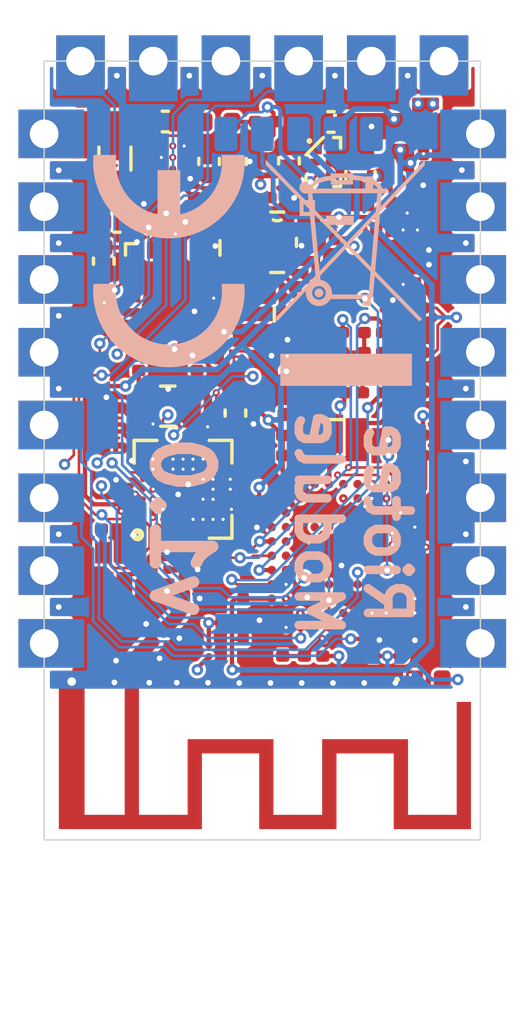
<source format=kicad_pcb>
(kicad_pcb (version 20240108) (generator "pcbnew") (generator_version "8.0")
  (layers (0 "F.Cu" signal) (1 "In1.Cu" signal "sig1.Cu") (2 "In2.Cu" power "gnd.Cu") (31 "B.Cu" signal) (34 "B.Paste" user) (35 "F.Paste" user) (36 "B.SilkS" user "B.Silkscreen") (37 "F.SilkS" user "F.Silkscreen") (38 "B.Mask" user) (39 "F.Mask" user) (44 "Edge.Cuts" user))
  (net 0 "")
  (net 1 "VCC")
  (net 2 "Net-(AE1-FEED)")
  (net 3 "/Board Connectors/VSRC")
  (net 4 "/Board Connectors/EN_BUCK")
  (net 5 "/Board Connectors/VCAP")
  (net 6 "/nRF52/XC1")
  (net 7 "/nRF52/XC2")
  (net 8 "/nRF52/XL1")
  (net 9 "/nRF52/XL2")
  (net 10 "/Board Connectors/SBW.IO")
  (net 11 "/Power Supply/WAKE")
  (net 12 "Net-(U1-VCC)")
  (net 13 "/Board Connectors/VSHUNT")
  (net 14 "/Power Supply/RTC_PSW")
  (net 15 "/Board Connectors/LED_CTRL")
  (net 16 "Net-(C10-Pad1)")
  (net 17 "Net-(U3--)")
  (net 18 "Net-(U6-PJ-5_LFXOUT)")
  (net 19 "Net-(U6-PJ-4_LFXIN)")
  (net 20 "Net-(R15-Pad2)")
  (net 21 "/MSP430FR/MAX_INT")
  (net 22 "Net-(U7-VBAT)")
  (net 23 "/Board Connectors/SWD.CLK")
  (net 24 "/Board Connectors/SWD.IO")
  (net 25 "/Board Connectors/SBW.CLK")
  (net 26 "/MSP430FR/RTC_INT")
  (net 27 "Net-(C19-Pad2)")
  (net 28 "Net-(R10-Pad2)")
  (net 29 "Net-(U7-AF)")
  (net 30 "Net-(D1-K)")
  (net 31 "Net-(D2-K)")
  (net 32 "/Energy Management/vthr_low")
  (net 33 "/Energy Management/vthr_high")
  (net 34 "/nRF52/ANT")
  (net 35 "/nRF52/DEC1")
  (net 36 "/Energy Management/THRCTRL.L1")
  (net 37 "/Energy Management/THRCTRL.L0")
  (net 38 "Net-(R11-Pad2)")
  (net 39 "/Energy Management/THRCTRL.H1")
  (net 40 "/Energy Management/THRCTRL.H0")
  (net 41 "/Energy Management/PWRGD_H")
  (net 42 "/Energy Management/PWRGD_L")
  (net 43 "/MSP430FR/C2C.CS")
  (net 44 "/MSP430FR/C2C.CLK")
  (net 45 "/Board Connectors/D0")
  (net 46 "/Board Connectors/D4")
  (net 47 "/MSP430FR/C2C.MISO")
  (net 48 "/MSP430FR/C2C.MOSI")
  (net 49 "Net-(U1-LX)")
  (net 50 "Net-(U2-SW)")
  (net 51 "/Board Connectors/D7")
  (net 52 "/Board Connectors/D9")
  (net 53 "/Board Connectors/D10")
  (net 54 "/Board Connectors/D8")
  (net 55 "/Board Connectors/D3")
  (net 56 "/MSP430FR/C2C.GPIO")
  (net 57 "Net-(U2-VSET)")
  (net 58 "/Board Connectors/D2")
  (net 59 "/Board Connectors/D1")
  (net 60 "/Board Connectors/VBUCK")
  (net 61 "/Board Connectors/SYS.SDA")
  (net 62 "/Board Connectors/SYS.SCL")
  (net 63 "/Board Connectors/BYPASS_SHUNT")
  (net 64 "GND")
  (net 65 "/nRF52/DEC4{slash}6")
  (net 66 "Net-(U3-+)")
  (net 67 "Net-(R16-Pad2)")
  (net 68 "/Board Connectors/D6")
  (net 74 "/nRF52/DEC5")
  (net 129 "Net-(U7-XO)")
  (net 130 "/Board Connectors/D5")
  (net 131 "/Board Connectors/VCAP_SENSE")
  (net 132 "Net-(U7-XI)")
  (net 133 "Net-(C25-Pad1)")
  (footprint "Riotee:C_0402_1005Metric" (layer "F.Cu") (at 69.452 80.642 90)
    (property "Reference" "C5" (hide yes))
    (property "Value" "22u" (hide yes))
  )
  (footprint "Riotee:RFSMD_0201_0603Metric" (layer "F.Cu") (at 67.702 94.887)
    (property "Reference" "C19" (hide yes))
    (property "Value" "0.8p" (hide yes))
  )
  (footprint "Riotee:L_0603_1608Metric" (layer "F.Cu") (at 74.742 81.152 -90)
    (property "Reference" "L2" (hide yes))
    (property "Value" "2.2u" (hide yes))
  )
  (footprint "Riotee:C_0201_0603Metric" (layer "F.Cu") (at 67.312 87.932)
    (property "Reference" "C23" (hide yes))
    (property "Value" "12p" (hide yes))
  )
  (footprint "Riotee:C_0201_0603Metric" (layer "F.Cu") (at 72.042 89.152 90)
    (property "Reference" "C38" (hide yes))
    (property "Value" "12p" (hide yes))
  )
  (footprint "Riotee:C_0201_0603Metric" (layer "F.Cu") (at 76.592 85.752)
    (property "Reference" "C13" (hide yes))
    (property "Value" "100n" (hide yes))
  )
  (footprint "Riotee:C_0402_1005Metric" (layer "F.Cu") (at 73.712 79.262 180)
    (property "Reference" "C8" (hide yes))
    (property "Value" "10u" (hide yes))
  )
  (footprint "Riotee:CastellatedHoles_1x06_P2.54mm" (layer "F.Cu") (at 77.66 77.14 -90)
    (property "Reference" "J5" (hide yes))
    (property "Value" "Conn_01x06" (hide yes))
  )
  (footprint "Riotee:C_0201_0603Metric" (layer "F.Cu") (at 66.012 89.242)
    (property "Reference" "C26" (hide yes))
    (property "Value" "100n" (hide yes))
  )
  (footprint "Riotee:R_0201_0603Metric" (layer "F.Cu") (at 73.792 86.612 180)
    (property "Reference" "R8" (hide yes))
    (property "Value" "5.62M" (hide yes))
  )
  (footprint "Riotee:L_0805_2012Metric" (layer "F.Cu") (at 66.162 80.542 90)
    (property "Reference" "L1" (hide yes))
    (property "Value" "4.7u" (hide yes))
  )
  (footprint "Riotee:ECX-12R" (layer "F.Cu") (at 71.032 85.962 -90)
    (property "Reference" "Y4" (hide yes))
    (property "Value" "Crystal" (hide yes))
  )
  (footprint "Riotee:TI_WSON8_DSG" (layer "F.Cu") (at 75.982 83.982 -90)
    (property "Reference" "U4" (hide yes))
    (property "Value" "TLV7032" (hide yes))
  )
  (footprint "Riotee:EMI_SHIELD_CSTM" (layer "F.Cu") (at 71.31 88.162)
    (property "Reference" "J1" (hide yes))
    (property "Value" "RFShield_OnePiece" (hide yes))
  )
  (footprint "Riotee:R_0201_0603Metric" (layer "F.Cu") (at 75.892 88.012)
    (property "Reference" "R19" (hide yes))
    (property "Value" "220k" (hide yes))
  )
  (footprint "Riotee:C_0402_1005Metric" (layer "F.Cu") (at 72.242 80.622 90)
    (property "Reference" "C7" (hide yes))
    (property "Value" "22u" (hide yes))
  )
  (footprint "Riotee:C_0201_0603Metric" (layer "F.Cu") (at 66.012 93.472)
    (property "Reference" "C21" (hide yes))
    (property "Value" "12p" (hide yes))
  )
  (footprint "Riotee:C_0201_0603Metric" (layer "F.Cu") (at 71.702 90.202 180)
    (property "Reference" "C30" (hide yes))
    (property "Value" "1u" (hide yes))
  )
  (footprint "Riotee:ECX-12R" (layer "F.Cu") (at 68.012 89.182 180)
    (property "Reference" "Y2" (hide yes))
    (property "Value" "Crystal" (hide yes))
  )
  (footprint "Riotee:R_0201_0603Metric" (layer "F.Cu") (at 76.942 80.692 90)
    (property "Reference" "R2" (hide yes))
    (property "Value" "47k" (hide yes))
  )
  (footprint "Riotee:R_0201_0603Metric" (layer "F.Cu") (at 72.782 85.712 180)
    (property "Reference" "R13" (hide yes))
    (property "Value" "47k" (hide yes))
  )
  (footprint "Riotee:C_0201_0603Metric" (layer "F.Cu") (at 66.012 90.642)
    (property "Reference" "C20" (hide yes))
    (property "Value" "1u" (hide yes))
  )
  (footprint "Riotee:RFSMD_0201_0603Metric" (layer "F.Cu") (at 68.542 95.432 90)
    (property "Reference" "L4" (hide yes))
    (property "Value" "5.6n" (hide yes))
  )
  (footprint "Riotee:R_0201_0603Metric" (layer "F.Cu") (at 76.592 87.312 180)
    (property "Reference" "R9" (hide yes))
    (property "Value" "3.3M" (hide yes))
  )
  (footprint "Riotee:C_0201_0603Metric" (layer "F.Cu") (at 69.622 94.762 90)
    (property "Reference" "C28" (hide yes))
    (property "Value" "820p" (hide yes))
  )
  (footprint "Riotee:C_0201_0603Metric" (layer "F.Cu") (at 70.632 92.042 -90)
    (property "Reference" "C18" (hide yes))
    (property "Value" "100n" (hide yes))
  )
  (footprint "Riotee:C_0201_0603Metric" (layer "F.Cu") (at 71.702 90.902 180)
    (property "Reference" "C29" (hide yes))
    (property "Value" "100n" (hide yes))
  )
  (footprint "Riotee:RFSMD_0201_0603Metric" (layer "F.Cu") (at 68.032 96.412 135)
    (property "Reference" "L5" (hide yes))
    (property "Value" "2.7n" (hide yes))
  )
  (footprint "Riotee:C_0201_0603Metric" (layer "F.Cu") (at 76.592 90.192 180)
    (property "Reference" "C32" (hide yes))
    (property "Value" "1u" (hide yes))
  )
  (footprint "Riotee:CastellatedHoles_1x08_P2.54mm_Left" (layer "F.Cu") (at 63.69 97.46 180)
    (property "Reference" "J2" (hide yes))
    (property "Value" "Conn_01x08" (hide yes))
  )
  (footprint "Riotee:R_0201_0603Metric" (layer "F.Cu") (at 75.892 88.712)
    (property "Reference" "R16" (hide yes))
    (property "Value" "5.62M" (hide yes))
  )
  (footprint "Riotee:R_0201_0603Metric" (layer "F.Cu") (at 76.942 88.362 90)
    (property "Reference" "R20" (hide yes))
    (property "Value" "5.62M" (hide yes))
  )
  (footprint "Riotee:C_0201_0603Metric" (layer "F.Cu") (at 66.452 92.422 -90)
    (property "Reference" "C15" (hide yes))
    (property "Value" "100n" (hide yes))
  )
  (footprint "Riotee:C_0201_0603Metric" (layer "F.Cu") (at 73.092 88.712)
    (property "Reference" "C12" (hide yes))
    (property "Value" "820p" (hide yes))
  )
  (footprint "Riotee:R_0201_0603Metric" (layer "F.Cu") (at 75.192 86.612 180)
    (property "Reference" "R7" (hide yes))
    (property "Value" "10M" (hide yes))
  )
  (footprint "Riotee:ECX-12R" (layer "F.Cu") (at 73.872 90.35 180)
    (property "Reference" "Y3" (hide yes))
    (property "Value" "Crystal" (hide yes))
  )
  (footprint "Riotee:R_0201_0603Metric" (layer "F.Cu") (at 73.092 88.012)
    (property "Reference" "R17" (hide yes))
    (property "Value" "3.3M" (hide yes))
  )
  (footprint "Riotee:C_0201_0603Metric" (layer "F.Cu") (at 69.772 87.812 -90)
    (property "Reference" "C43" (hide yes))
    (property "Value" "100n" (hide yes))
  )
  (footprint "Riotee:C_0201_0603Metric" (layer "F.Cu") (at 70.822 87.612)
    (property "Reference" "C42" (hide yes))
    (property "Value" "47p" (hide yes))
  )
  (footprint "Riotee:R_0201_0603Metric" (layer "F.Cu") (at 76.122 82.062 180)
    (property "Reference" "R4" (hide yes))
    (property "Value" "10M" (hide yes))
  )
  (footprint "Riotee:R_0201_0603Metric" (layer "F.Cu") (at 73.322 81.912)
    (property "Reference" "R3" (hide yes))
    (property "Value" "1.74k" (hide yes))
  )
  (footprint "Riotee:NXP_WLCSP4" (layer "F.Cu") (at 76.692 79.392 180)
    (property "Reference" "Q1" (hide yes))
    (property "Value" "PMCM4401VPE" (hide yes))
  )
  (footprint "Riotee:R_0201_0603Metric" (layer "F.Cu") (at 71.392 79.252 180)
    (property "Reference" "R1" (hide yes))
    (property "Value" "220R" (hide yes))
  )
  (footprint "Riotee:C_0201_0603Metric" (layer "F.Cu") (at 76.592 90.9 180)
    (property "Reference" "C31" (hide yes))
    (property "Value" "100n" (hide yes))
  )
  (footprint "Riotee:NXP_WLCSP4" (layer "F.Cu") (at 69.642 97.722)
    (property "Reference" "Q3" (hide yes))
    (property "Value" "PMCM4401VNE" (hide yes))
  )
  (footprint "Riotee:C_0201_0603Metric" (layer "F.Cu") (at 68.712 87.932 180)
    (property "Reference" "C24" (hide yes))
    (property "Value" "12p" (hide yes))
  )
  (footprint "Riotee:R_0201_0603Metric" (layer "F.Cu") (at 73.102 97.902 180)
    (property "Reference" "R21" (hide yes))
    (property "Value" "47k" (hide yes))
  )
  (footprint "Riotee:R_0201_0603Metric" (layer "F.Cu") (at 69.482 82.812 180)
    (property "Reference" "R6" (hide yes))
    (property "Value" "5.62M" (hide yes))
  )
  (footprint "Riotee:Texas_SWRA117D_2.4GHz_Left" (layer "F.Cu") (at 66.752 98.792 180)
    (property "Reference" "AE1" (hide yes))
    (property "Value" "Antenna_Chip" (hide yes))
  )
  (footprint "Riotee:C_0201_0603Metric" (layer "F.Cu") (at 71.702 97.902 180)
    (property "Reference" "C37" (hide yes))
    (property "Value" "820p" (hide yes))
  )
  (footprint "Riotee:C_0402_1005Metric" (layer "F.Cu") (at 70.372 89.422 90)
    (property "Reference" "C14" (hide yes))
    (property "Value" "4.7u" (hide yes))
  )
  (footprint "Riotee:TI_SC70-5_DCK5" (layer "F.Cu") (at 71.832 83.462)
    (property "Reference" "U3" (hide yes))
    (property "Value" "TLV369DCK" (hide yes))
  )
  (footprint "Riotee:C_0201_0603Metric" (layer "F.Cu") (at 67.712 81.622 180)
    (property "Reference" "C4" (hide yes))
    (property "Value" "1u" (hide yes))
  )
  (footprint "Riotee:RFSMD_0201_0603Metric" (layer "F.Cu") (at 66.862 97.572 -45)
    (property "Reference" "C27" (hide yes))
    (property "Value" "DNP" (hide yes))
  )
  (footprint "Riotee:NXP_WLCSP4" (layer "F.Cu") (at 75.992 81.022 180)
    (property "Reference" "Q2" (hide yes))
    (property "Value" "PMCM4401VPE" (hide yes))
  )
  (footprint "Riotee:C_0201_0603Metric" (layer "F.Cu") (at 66.012 89.942)
    (property "Reference" "C17" (hide yes))
    (property "Value" "1u" (hide yes))
  )
  (footprint "Riotee:AM_QFN16" (layer "F.Cu") (at 68.182 85.162 -90)
    (property "Reference" "U7" (hide yes))
    (property "Value" "AM1805" (hide yes))
  )
  (footprint "Riotee:TI_YBG6" (layer "F.Cu") (at 73.442 80.662)
    (property "Reference" "U2" (hide yes))
    (property "Value" "TPS62840YBG" (hide yes))
  )
  (footprint "Riotee:ECS_ECX-1247B" (layer "F.Cu") (at 66.117 94.822)
    (property "Reference" "Y1" (hide yes))
    (property "Value" "ECS-320-8-47B-7KM-TR" (hide yes))
  )
  (footprint "Riotee:C_0201_0603Metric" (layer "F.Cu") (at 71.432 80.312 -90)
    (property "Reference" "C3" (hide yes))
    (property "Value" "10n" (hide yes))
  )
  (footprint "Riotee:R_0201_0603Metric" (layer "F.Cu") (at 72.742 86.962 -90)
    (property "Reference" "R12" (hide yes))
    (property "Value" "3.9M" (hide yes))
  )
  (footprint "Riotee:C_0201_0603Metric" (layer "F.Cu") (at 70.632 93.442 90)
    (property "Reference" "C16" (hide yes))
    (property "Value" "100n" (hide yes))
  )
  (footprint "Riotee:C_0201_0603Metric" (layer "F.Cu") (at 69.262 81.902)
    (property "Reference" "C2" (hide yes))
    (property "Value" "1u" (hide yes))
  )
  (footprint "Riotee:R_0201_0603Metric" (layer "F.Cu") (at 69.872 96.422 90)
    (property "Reference" "R22" (hide yes))
    (property "Value" "220k" (hide yes))
  )
  (footprint "Riotee:R_0201_0603Metric" (layer "F.Cu") (at 73.792 87.312 180)
    (property "Reference" "R11" (hide yes))
    (property "Value" "220k" (hide yes))
  )
  (footprint "Riotee:R_0201_0603Metric" (layer "F.Cu") (at 75.192 87.312 180)
    (property "Reference" "R10" (hide yes))
    (property "Value" "680k" (hide yes))
  )
  (footprint "Riotee:C_0201_0603Metric" (layer "F.Cu") (at 70.642 97.622 -90)
    (property "Reference" "C34" (hide yes))
    (property "Value" "1u" (hide yes))
  )
  (footprint "Riotee:C_0201_0603Metric" (layer "F.Cu") (at 66.167 96.172 180)
    (property "Reference" "C22" (hide yes))
    (property "Value" "12p" (hide yes))
  )
  (footprint "Riotee:C_0402_1005Metric" (layer "F.Cu") (at 67.922 79.2482)
    (property "Reference" "C1" (hide yes))
    (property "Value" "10u" (hide yes))
  )
  (footprint "Riotee:C_0201_0603Metric" (layer "F.Cu") (at 76.592 86.612 180)
    (property "Reference" "C11" (hide yes))
    (property "Value" "820p" (hide yes))
  )
  (footprint "Riotee:LED_0402_1005Metric" (layer "F.Cu") (at 77.11 98.722)
    (property "Reference" "D2" (hide yes))
    (property "Value" "LED" (hide yes))
  )
  (footprint "Riotee:RFSMD_0201_0603Metric" (layer "F.Cu") (at 68.542 94.342 90)
    (property "Reference" "L3" (hide yes))
    (property "Value" "3.9n" (hide yes))
  )
  (footprint "Riotee:NRF52833-CJAA" (layer "F.Cu") (at 68.542 92.082 90)
    (property "Reference" "U5" (hide yes))
    (property "Value" "NRF52833-CJAA" (hide yes))
  )
  (footprint "Riotee:C_0201_0603Metric" (layer "F.Cu") (at 72.782 85.012 180)
    (property "Reference" "C10" (hide yes))
    (property "Value" "820p" (hide yes))
  )
  (footprint "Riotee:C_0201_0603Metric" (layer "F.Cu") (at 74.872 97.902 180)
    (property "Reference" "C36" (hide yes))
    (property "Value" "1u" (hide yes))
  )
  (footprint "Riotee:R_0201_0603Metric" (layer "F.Cu") (at 71.262 81.902 180)
    (property "Reference" "R5" (hide yes))
    (property "Value" "10M" (hide yes))
  )
  (footprint "Riotee:Tab" (layer "F.Cu") (at 71.312 104.832 90)
    (property "Reference" "REF**" (hide yes))
    (property "Value" "Tab")
  )
  (footprint "Riotee:C_0402_1005Metric" (layer "F.Cu") (at 66.232 82.752)
    (property "Reference" "C40" (hide yes))
    (property "Value" "22u" (hide yes))
  )
  (footprint "Riotee:C_0201_0603Metric" (layer "F.Cu") (at 70.642 96.222 -90)
    (property "Reference" "C33" (hide yes))
    (property "Value" "100n" (hide yes))
  )
  (footprint "Riotee:CastellatedHoles_1x08_P2.54mm_Right" (layer "F.Cu") (at 78.93 97.46 180)
    (property "Reference" "J3" (hide yes))
    (property "Value" "Conn_01x08" (hide yes))
  )
  (footprint "Riotee:R_0201_0603Metric" (layer "F.Cu") (at 74.492 88.712)
    (property "Reference" "R15" (hide yes))
    (property "Value" "10M" (hide yes))
  )
  (footprint "Riotee:R_0201_0603Metric" (layer "F.Cu") (at 74.492 88.012)
    (property "Reference" "R18" (hide yes))
    (property "Value" "1.5M" (hide yes))
  )
  (footprint "Riotee:R_0201_0603Metric" (layer "F.Cu") (at 73.832 85.357 90)
    (property "Reference" "R14" (hide yes))
    (property "Value" "220R" (hide yes))
  )
  (footprint "Riotee:C_0402_1005Metric" (layer "F.Cu") (at 70.392 80.642 90)
    (property "Reference" "C6" (hide yes))
    (property "Value" "22u" (hide yes))
  )
  (footprint "Riotee:C_0201_0603Metric" (layer "F.Cu") (at 76.052 89.472)
    (property "Reference" "C39" (hide yes))
    (property "Value" "12p" (hide yes))
  )
  (footprint "Riotee:D_0402_1005Metric" (layer "F.Cu") (at 69.762 79.262 180)
    (property "Reference" "D1" (hide yes))
    (property "Value" "D_Schottky" (hide yes))
  )
  (footprint "Riotee:MX_W121C1+2" (layer "F.Cu") (at 67.982 80.502)
    (property "Reference" "U1" (hide yes))
    (property "Value" "MAX20361AEWC+" (hide yes))
  )
  (footprint "Riotee:C_0201_0603Metric" (layer "F.Cu") (at 73.832 83.652 90)
    (property "Reference" "C9" (hide yes))
    (property "Value" "100n" (hide yes))
  )
  (footprint "Riotee:C_0201_0603Metric" (layer "F.Cu") (at 76.472 97.902)
    (property "Reference" "C35" (hide yes))
    (property "Value" "100n" (hide yes))
  )
  (footprint "Riotee:TI_ZVW" (layer "F.Cu") (at 74.142 94.402 90)
    (property "Reference" "U6" (hide yes))
    (property "Value" "MSP430FR5994IZVW" (hide yes))
  )
  (footprint "Riotee:C_0402_1005Metric" (layer "F.Cu") (at 65.772 84.122 -90)
    (property "Reference" "C41" (hide yes))
    (property "Value" "22u" (hide yes))
  )
  (footprint "Riotee:RFSMD_0201_0603Metric" (layer "F.Cu") (at 67.648531 97.198927 -135)
    (property "Reference" "C25" (hide yes))
    (property "Value" "0.7p" (hide yes))
  )
  (footprint "Riotee:BackPads" (layer "B.Cu") (at 75.12 79.68 90)
    (property "Reference" "J4" (hide yes))
    (property "Value" "Conn_01x07")
  )
  (gr_poly (pts (xy 71.425109 80.755193) (xy 72.639612 81.992292) (xy 72.614331 81.992292) (xy 72.614331 82.545827) (xy 72.975897 82.545827) (xy 73.168964 84.617356) (xy 71.74081 86.121446) (xy 71.835557 86.211365) (xy 72.838605 85.15327) (xy 72.837141 85.162598) (xy 72.835865 85.171987) (xy 72.834779 85.181436) (xy 72.833886 85.190943) (xy 72.833187 85.200506) (xy 72.832685 85.210122) (xy 72.832383 85.219791) (xy 72.832282 85.229509) (xy 72.832876 85.253039) (xy 72.834642 85.27626) (xy 72.83755 85.299143) (xy 72.841571 85.32166) (xy 72.846676 85.343781) (xy 72.852838 85.365479) (xy 72.860026 85.386724) (xy 72.868213 85.407488) (xy 72.877369 85.427741) (xy 72.887466 85.447456) (xy 72.898476 85.466603) (xy 72.910369 85.485154) (xy 72.923116 85.50308) (xy 72.93669 85.520353) (xy 72.951061 85.536943) (xy 72.9662 85.552822) (xy 72.98208 85.567961) (xy 72.99867 85.582331) (xy 73.015943 85.595905) (xy 73.033869 85.608652) (xy 73.05242 85.620544) (xy 73.071567 85.631554) (xy 73.091282 85.64165) (xy 73.111535 85.650806) (xy 73.132299 85.658993) (xy 73.153543 85.666181) (xy 73.175241 85.672342) (xy 73.197361 85.677447) (xy 73.219877 85.681468) (xy 73.24276 85.684375) (xy 73.26598 85.686141) (xy 73.289508 85.686736) (xy 73.322104 85.685592) (xy 73.354083 85.682212) (xy 73.385367 85.676672) (xy 73.415881 85.66905) (xy 73.445546 85.659422) (xy 73.474286 85.647865) (xy 73.502024 85.634457) (xy 73.528683 85.619274) (xy 73.554186 85.602393) (xy 73.578456 85.583891) (xy 73.601416 85.563845) (xy 73.622989 85.542332) (xy 73.643098 85.519428) (xy 73.661666 85.495212) (xy 73.678616 85.469759) (xy 73.693871 85.443147) (xy 74.812 85.443147) (xy 74.812 85.682) (xy 75.106177 85.682) (xy 75.106177 85.442538) (xy 75.109402 85.442003) (xy 75.112613 85.44131) (xy 75.115805 85.440462) (xy 75.118974 85.439466) (xy 75.122113 85.438325) (xy 75.125217 85.437044) (xy 75.128282 85.435629) (xy 75.131302 85.434084) (xy 75.137186 85.430624) (xy 75.142827 85.426703) (xy 75.148183 85.422358) (xy 75.153212 85.41763) (xy 75.157871 85.412555) (xy 75.16212 85.407173) (xy 75.165915 85.401522) (xy 75.16763 85.398608) (xy 75.169215 85.395641) (xy 75.170666 85.392626) (xy 75.171978 85.389568) (xy 75.173145 85.386472) (xy 75.174161 85.383342) (xy 75.175023 85.380184) (xy 75.175723 85.377002) (xy 75.176258 85.373801) (xy 75.176622 85.370585) (xy 75.239434 84.640507) (xy 76.797843 86.227914) (xy 76.891003 86.136369) (xy 75.274398 84.491282) (xy 75.092948 84.491282) (xy 75.024725 85.28441) (xy 73.743507 85.28441) (xy 73.744262 85.277644) (xy 73.744919 85.270848) (xy 73.745478 85.264024) (xy 73.745937 85.257173) (xy 73.746296 85.250295) (xy 73.746554 85.243391) (xy 73.746709 85.236462) (xy 73.746761 85.229509) (xy 73.527316 85.229509) (xy 73.527007 85.241746) (xy 73.526088 85.253822) (xy 73.524576 85.265722) (xy 73.522485 85.277432) (xy 73.51983 85.288936) (xy 73.516626 85.30022) (xy 73.512888 85.311269) (xy 73.50863 85.322068) (xy 73.503868 85.332601) (xy 73.498617 85.342854) (xy 73.492892 85.352812) (xy 73.486707 85.36246) (xy 73.480077 85.371784) (xy 73.473018 85.380767) (xy 73.465544 85.389395) (xy 73.457671 85.397654) (xy 73.449413 85.405527) (xy 73.440785 85.413001) (xy 73.431802 85.420061) (xy 73.422479 85.426691) (xy 73.412831 85.432876) (xy 73.402872 85.438602) (xy 73.392619 85.443854) (xy 73.382086 85.448616) (xy 73.371287 85.452874) (xy 73.360238 85.456612) (xy 73.348953 85.459817) (xy 73.337448 85.462472) (xy 73.325737 85.464563) (xy 73.313836 85.466076) (xy 73.301759 85.466994) (xy 73.289521 85.467303) (xy 73.277285 85.466994) (xy 73.265209 85.466076) (xy 73.253309 85.464563) (xy 73.241599 85.462472) (xy 73.230094 85.459817) (xy 73.21881 85.456612) (xy 73.207762 85.452874) (xy 73.196963 85.448616) (xy 73.18643 85.443854) (xy 73.176176 85.438602) (xy 73.166218 85.432876) (xy 73.15657 85.426691) (xy 73.147247 85.420061) (xy 73.138264 85.413001) (xy 73.129636 85.405527) (xy 73.121377 85.397654) (xy 73.113503 85.389395) (xy 73.106029 85.380767) (xy 73.09897 85.371784) (xy 73.09234 85.36246) (xy 73.086155 85.352812) (xy 73.080429 85.342854) (xy 73.075177 85.332601) (xy 73.070415 85.322068) (xy 73.066157 85.311269) (xy 73.062418 85.30022) (xy 73.059214 85.288936) (xy 73.056559 85.277432) (xy 73.054467 85.265722) (xy 73.052955 85.253822) (xy 73.052037 85.241746) (xy 73.051727 85.229509) (xy 73.052037 85.217272) (xy 73.052955 85.205195) (xy 73.054467 85.193293) (xy 73.056559 85.181583) (xy 73.059214 85.170078) (xy 73.062418 85.158793) (xy 73.066157 85.147744) (xy 73.070415 85.136945) (xy 73.075177 85.126412) (xy 73.080429 85.116158) (xy 73.086155 85.1062) (xy 73.09234 85.096552) (xy 73.09897 85.087229) (xy 73.106029 85.078246) (xy 73.113503 85.069618) (xy 73.121377 85.06136) (xy 73.129636 85.053486) (xy 73.138264 85.046013) (xy 73.147247 85.038954) (xy 73.15657 85.032324) (xy 73.166218 85.026139) (xy 73.176176 85.020414) (xy 73.18643 85.015162) (xy 73.196963 85.010401) (xy 73.207762 85.006143) (xy 73.21881 85.002405) (xy 73.230094 84.999201) (xy 73.241599 84.996546) (xy 73.253309 84.994455) (xy 73.265209 84.992942) (xy 73.277285 84.992024) (xy 73.289521 84.991715) (xy 73.301759 84.992024) (xy 73.313836 84.992942) (xy 73.325737 84.994455) (xy 73.337448 84.996546) (xy 73.348953 84.999201) (xy 73.360237 85.002405) (xy 73.371287 85.006143) (xy 73.382085 85.010401) (xy 73.392619 85.015162) (xy 73.402872 85.020414) (xy 73.41283 85.026139) (xy 73.422478 85.032324) (xy 73.431801 85.038954) (xy 73.440784 85.046013) (xy 73.449412 85.053486) (xy 73.457671 85.06136) (xy 73.465544 85.069618) (xy 73.473018 85.078246) (xy 73.480077 85.087229) (xy 73.486707 85.096552) (xy 73.492892 85.1062) (xy 73.498617 85.116158) (xy 73.503868 85.126412) (xy 73.50863 85.136945) (xy 73.512888 85.147744) (xy 73.516626 85.158793) (xy 73.51983 85.170078) (xy 73.522485 85.181583) (xy 73.524576 85.193293) (xy 73.526088 85.205195) (xy 73.527007 85.217272) (xy 73.527316 85.229509) (xy 73.746761 85.229509) (xy 73.746248 85.207659) (xy 73.744725 85.186074) (xy 73.742214 85.164775) (xy 73.738739 85.143787) (xy 73.734323 85.123133) (xy 73.728988 85.102834) (xy 73.722757 85.082915) (xy 73.715654 85.063398) (xy 73.707701 85.044306) (xy 73.698922 85.025662) (xy 73.689339 85.00749) (xy 73.678976 84.989811) (xy 73.667854 84.97265) (xy 73.655998 84.956028) (xy 73.643431 84.93997) (xy 73.630174 84.924498) (xy 73.616252 84.909634) (xy 73.601687 84.895403) (xy 73.586502 84.881826) (xy 73.57072 84.868927) (xy 73.554364 84.856729) (xy 73.537457 84.845255) (xy 73.520022 84.834528) (xy 73.502082 84.82457) (xy 73.48366 84.815405) (xy 73.464779 84.807056) (xy 73.445462 84.799546) (xy 73.425732 84.792897) (xy 73.405612 84.787133) (xy 73.385124 84.782277) (xy 73.364292 84.778351) (xy 73.343139 84.775378) (xy 73.330042 84.634871) (xy 74.265331 83.648267) (xy 75.092948 84.491282) (xy 75.274398 84.491282) (xy 75.254053 84.470578) (xy 75.414616 82.603996) (xy 75.255283 82.603996) (xy 75.10754 84.321486) (xy 74.356334 83.557038) (xy 74.17577 83.557038) (xy 73.314167 84.464453) (xy 73.135362 82.545827) (xy 73.152996 82.545827) (xy 73.152996 82.515215) (xy 74.17577 83.557038) (xy 74.356334 83.557038) (xy 74.354033 83.554697) (xy 75.255283 82.603996) (xy 75.414616 82.603996) (xy 75.430517 82.419145) (xy 76.987801 80.776413) (xy 76.987801 80.595504) (xy 75.447886 82.217294) (xy 75.487895 81.752197) (xy 75.328559 81.752197) (xy 75.272679 82.401815) (xy 74.264511 83.463588) (xy 73.66818 82.856766) (xy 74.50892 82.856766) (xy 74.50892 82.539266) (xy 73.536563 82.539266) (xy 73.536563 82.72282) (xy 73.222354 82.403085) (xy 72.962615 82.403085) (xy 72.753263 82.403085) (xy 72.753263 82.135062) (xy 72.779762 82.135062) (xy 72.954189 82.312729) (xy 72.962615 82.403085) (xy 73.222354 82.403085) (xy 73.152996 82.332507) (xy 73.152996 81.992319) (xy 73.083781 81.992319) (xy 73.061411 81.752197) (xy 75.328559 81.752197) (xy 75.487895 81.752197) (xy 75.48846 81.745621) (xy 75.679701 81.745621) (xy 75.679701 81.586871) (xy 75.511439 81.586871) (xy 74.91237 81.586871) (xy 73.067642 81.586871) (xy 73.075035 81.571122) (xy 73.083614 81.555897) (xy 73.093342 81.541186) (xy 73.104179 81.526982) (xy 73.116087 81.513275) (xy 73.129028 81.500057) (xy 73.142964 81.48732) (xy 73.157855 81.475055) (xy 73.173664 81.463253) (xy 73.190351 81.451906) (xy 73.207879 81.441004) (xy 73.226208 81.43054) (xy 73.265119 81.410889) (xy 73.306776 81.392884) (xy 73.35087 81.376456) (xy 73.397095 81.361535) (xy 73.445142 81.348054) (xy 73.494704 81.335942) (xy 73.545473 81.325131) (xy 73.59714 81.315551) (xy 73.649399 81.307135) (xy 73.701928 81.299814) (xy 73.701928 81.447978) (xy 74.482435 81.447978) (xy 74.482435 81.289228) (xy 74.323711 81.289228) (xy 73.860704 81.289228) (xy 73.860704 81.216442) (xy 74.323711 81.216442) (xy 74.323711 81.289228) (xy 74.482435 81.289228) (xy 74.482435 81.283117) (xy 74.5349 81.287403) (xy 74.588384 81.292556) (xy 74.64256 81.298644) (xy 74.6971 81.305732) (xy 74.751678 81.313886) (xy 74.805967 81.323174) (xy 74.85964 81.33366) (xy 74.91237 81.345413) (xy 74.91237 81.586871) (xy 75.511439 81.586871) (xy 75.511435 81.586858) (xy 75.341709 81.586858) (xy 75.183647 81.586858) (xy 75.183647 81.442409) (xy 75.19689 81.449808) (xy 75.209745 81.457411) (xy 75.2222 81.465222) (xy 75.234242 81.473243) (xy 75.245857 81.481476) (xy 75.257033 81.489925) (xy 75.267756 81.498592) (xy 75.278012 81.50748) (xy 75.28779 81.516591) (xy 75.297075 81.525929) (xy 75.305854 81.535495) (xy 75.314115 81.545294) (xy 75.321844 81.555326) (xy 75.329029 81.565596) (xy 75.335655 81.576106) (xy 75.341709 81.586858) (xy 75.511435 81.586858) (xy 75.510308 81.583458) (xy 75.509086 81.579906) (xy 75.50777 81.57622) (xy 75.506356 81.572402) (xy 75.504842 81.568457) (xy 75.503224 81.564387) (xy 75.5015 81.560197) (xy 75.499665 81.555889) (xy 75.488484 81.532072) (xy 75.475951 81.509104) (xy 75.462111 81.48697) (xy 75.447008 81.465656) (xy 75.430687 81.445147) (xy 75.413193 81.425426) (xy 75.394572 81.406481) (xy 75.374868 81.388295) (xy 75.354126 81.370854) (xy 75.33239 81.354143) (xy 75.309707 81.338146) (xy 75.286119 81.32285) (xy 75.261674 81.308239) (xy 75.236414 81.294297) (xy 75.210386 81.281012) (xy 75.183634 81.268366) (xy 75.183634 81.163446) (xy 74.91237 81.163446) (xy 74.91237 81.179678) (xy 74.859028 81.168181) (xy 74.805143 81.158002) (xy 74.750928 81.149068) (xy 74.696599 81.141308) (xy 74.670995 81.138165) (xy 73.701941 81.138165) (xy 73.701941 81.299812) (xy 73.701928 81.299814) (xy 73.701928 81.138166) (xy 73.701941 81.138165) (xy 74.670995 81.138165) (xy 74.64237 81.13465) (xy 74.588457 81.129022) (xy 74.535073 81.124353) (xy 74.482435 81.12057) (xy 74.482435 81.057705) (xy 73.701928 81.057705) (xy 73.701928 81.138166) (xy 73.596326 81.153393) (xy 73.543799 81.162722) (xy 73.491755 81.173286) (xy 73.440418 81.185156) (xy 73.39001 81.1984) (xy 73.340753 81.213089) (xy 73.29287 81.229292) (xy 73.246583 81.247079) (xy 73.202115 81.266518) (xy 73.159689 81.287681) (xy 73.119526 81.310636) (xy 73.08185 81.335453) (xy 73.046883 81.362201) (xy 73.014847 81.390951) (xy 72.985965 81.421771) (xy 72.978452 81.412732) (xy 72.970456 81.404126) (xy 72.961999 81.395975) (xy 72.9531 81.388299) (xy 72.943781 81.381119) (xy 72.934062 81.374455) (xy 72.923964 81.368327) (xy 72.913507 81.362758) (xy 72.902712 81.357766) (xy 72.8916 81.353373) (xy 72.88019 81.3496) (xy 72.868504 81.346466) (xy 72.856563 81.343993) (xy 72.844386 81.342201) (xy 72.831995 81.341111) (xy 72.81941 81.340743) (xy 72.808517 81.341018) (xy 72.797767 81.341836) (xy 72.787174 81.343182) (xy 72.77675 81.345043) (xy 72.766509 81.347406) (xy 72.756464 81.350258) (xy 72.746629 81.353586) (xy 72.737017 81.357376) (xy 72.727641 81.361614) (xy 72.718514 81.366289) (xy 72.70965 81.371385) (xy 72.701062 81.376891) (xy 72.692764 81.382792) (xy 72.684768 81.389075) (xy 72.677088 81.395728) (xy 72.669737 81.402736) (xy 72.662728 81.410087) (xy 72.656076 81.417767) (xy 72.649792 81.425763) (xy 72.643891 81.434062) (xy 72.638385 81.44265) (xy 72.633289 81.451514) (xy 72.628615 81.460641) (xy 72.624376 81.470017) (xy 72.620586 81.479629) (xy 72.617259 81.489464) (xy 72.614407 81.499509) (xy 72.612043 81.50975) (xy 72.610182 81.520173) (xy 72.608836 81.530767) (xy 72.608018 81.541517) (xy 72.607743 81.552409) (xy 72.608018 81.563301) (xy 72.608836 81.57405) (xy 72.610182 81.584642) (xy 72.612043 81.595066) (xy 72.614407 81.605306) (xy 72.617259 81.61535) (xy 72.620586 81.625185) (xy 72.624376 81.634797) (xy 72.628615 81.644172) (xy 72.633289 81.653299) (xy 72.638385 81.662163) (xy 72.643891 81.670751) (xy 72.649792 81.67905) (xy 72.656076 81.687046) (xy 72.662728 81.694726) (xy 72.669737 81.702078) (xy 72.677088 81.709086) (xy 72.684768 81.715739) (xy 72.692764 81.722023) (xy 72.701062 81.727925) (xy 72.70965 81.733431) (xy 72.718514 81.738528) (xy 72.727641 81.743202) (xy 72.737017 81.747441) (xy 72.746629 81.751231) (xy 72.756464 81.754559) (xy 72.766509 81.757412) (xy 72.77675 81.759775) (xy 72.787174 81.761637) (xy 72.797767 81.762983) (xy 72.808517 81.763801) (xy 72.81941 81.764076) (xy 72.824851 81.764008) (xy 72.830258 81.763803) (xy 72.83563 81.763464) (xy 72.840965 81.762992) (xy 72.846261 81.762389) (xy 72.851517 81.761657) (xy 72.856731 81.760796) (xy 72.861902 81.75981) (xy 72.867027 81.758698) (xy 72.872106 81.757464) (xy 72.877135 81.756108) (xy 72.882115 81.754633) (xy 72.887042 81.753039) (xy 72.891916 81.751329) (xy 72.896735 81.749504) (xy 72.901497 81.747566) (xy 72.924317 81.992306) (xy 72.818669 81.992306) (xy 71.425109 80.574192)) (fill solid) (layer "B.SilkS"))
  (gr_poly (pts (xy 71.9402 88.472534) (xy 76.539623 88.472534) (xy 76.539623 87.352539) (xy 71.9402 87.352539)) (fill solid) (layer "B.SilkS"))
  (gr_poly (pts (xy 73.281574 85.075273) (xy 73.273732 85.075869) (xy 73.266003 85.076851) (xy 73.258398 85.078209) (xy 73.250926 85.079934) (xy 73.243598 85.082015) (xy 73.236422 85.084443) (xy 73.229409 85.087209) (xy 73.222568 85.090302) (xy 73.215909 85.093712) (xy 73.209442 85.097431) (xy 73.203176 85.101448) (xy 73.197121 85.105754) (xy 73.191287 85.110339) (xy 73.185683 85.115193) (xy 73.180319 85.120307) (xy 73.175205 85.125671) (xy 73.170351 85.131275) (xy 73.165766 85.137109) (xy 73.16146 85.143164) (xy 73.157443 85.14943) (xy 73.153724 85.155897) (xy 73.150314 85.162556) (xy 73.147221 85.169397) (xy 73.144456 85.17641) (xy 73.142027 85.183586) (xy 73.139946 85.190914) (xy 73.138222 85.198386) (xy 73.136863 85.205991) (xy 73.135881 85.21372) (xy 73.135285 85.221562) (xy 73.135084 85.229509) (xy 73.135285 85.237456) (xy 73.135881 85.245299) (xy 73.136863 85.253027) (xy 73.138222 85.260632) (xy 73.139946 85.268103) (xy 73.142027 85.275431) (xy 73.144456 85.282606) (xy 73.147221 85.289619) (xy 73.150314 85.29646) (xy 73.153724 85.303118) (xy 73.157443 85.309585) (xy 73.16146 85.31585) (xy 73.165766 85.321905) (xy 73.170351 85.327738) (xy 73.175205 85.333342) (xy 73.180319 85.338704) (xy 73.185683 85.343818) (xy 73.191287 85.348671) (xy 73.197121 85.353255) (xy 73.203176 85.357561) (xy 73.209442 85.361577) (xy 73.215909 85.365296) (xy 73.222568 85.368706) (xy 73.229409 85.371798) (xy 73.236422 85.374563) (xy 73.243598 85.376991) (xy 73.250926 85.379072) (xy 73.258398 85.380796) (xy 73.266003 85.382154) (xy 73.273732 85.383136) (xy 73.281574 85.383732) (xy 73.289521 85.383933) (xy 73.297468 85.383732) (xy 73.305311 85.383136) (xy 73.313039 85.382154) (xy 73.320644 85.380796) (xy 73.328116 85.379072) (xy 73.335444 85.376991) (xy 73.34262 85.374563) (xy 73.349633 85.371798) (xy 73.356474 85.368706) (xy 73.363133 85.365296) (xy 73.369601 85.361577) (xy 73.375867 85.357561) (xy 73.381922 85.353255) (xy 73.387756 85.348671) (xy 73.39336 85.343817) (xy 73.398723 85.338704) (xy 73.403837 85.333341) (xy 73.408691 85.327738) (xy 73.413276 85.321905) (xy 73.417582 85.31585) (xy 73.421599 85.309585) (xy 73.425318 85.303118) (xy 73.428729 85.296459) (xy 73.431822 85.289619) (xy 73.434587 85.282606) (xy 73.437015 85.275431) (xy 73.439096 85.268103) (xy 73.440821 85.260632) (xy 73.442179 85.253027) (xy 73.443161 85.245299) (xy 73.443758 85.237456) (xy 73.443959 85.229509) (xy 73.443758 85.221562) (xy 73.443161 85.21372) (xy 73.442179 85.205991) (xy 73.440821 85.198386) (xy 73.439096 85.190915) (xy 73.437015 85.183586) (xy 73.434587 85.17641) (xy 73.431822 85.169397) (xy 73.428729 85.162556) (xy 73.425318 85.155897) (xy 73.421599 85.14943) (xy 73.417582 85.143164) (xy 73.413276 85.137109) (xy 73.408691 85.131275) (xy 73.403837 85.125671) (xy 73.398723 85.120307) (xy 73.39336 85.115193) (xy 73.387756 85.110339) (xy 73.381922 85.105754) (xy 73.375867 85.101448) (xy 73.369601 85.097431) (xy 73.363133 85.093712) (xy 73.356474 85.090302) (xy 73.349633 85.087209) (xy 73.34262 85.084443) (xy 73.335444 85.082015) (xy 73.328116 85.079934) (xy 73.320644 85.078209) (xy 73.313039 85.076851) (xy 73.305311 85.075869) (xy 73.297468 85.075273) (xy 73.289521 85.075072)) (fill solid) (layer "B.SilkS"))
  (gr_poly (pts (xy 70.693391 85.145197) (xy 70.692768 85.112074) (xy 70.691732 85.078964) (xy 70.69028 85.045871) (xy 70.688415 85.012798) (xy 70.686136 84.979751) (xy 70.683442 84.946731) (xy 70.680336 84.913745) (xy 69.886586 84.913745) (xy 69.890314 84.946687) (xy 69.893452 84.979682) (xy 69.895999 85.012722) (xy 69.897954 85.0458) (xy 69.899316 85.078907) (xy 69.900087 85.112036) (xy 69.900264 85.145179) (xy 69.899848 85.178329) (xy 69.895744 85.301749) (xy 69.883561 85.423655) (xy 69.863494 85.543708) (xy 69.835737 85.66157) (xy 69.800487 85.776905) (xy 69.757936 85.889375) (xy 69.708281 85.998642) (xy 69.651716 86.10437) (xy 69.588436 86.206221) (xy 69.518635 86.303858) (xy 69.442508 86.396942) (xy 69.36025 86.485138) (xy 69.272057 86.568107) (xy 69.178121 86.645511) (xy 69.07864 86.717015) (xy 68.973806 86.78228) (xy 68.864869 86.840436) (xy 68.753204 86.890838) (xy 68.639202 86.933485) (xy 68.523252 86.968379) (xy 68.405743 86.995518) (xy 68.287066 87.014904) (xy 68.16761 87.026535) (xy 68.047764 87.030412) (xy 67.927919 87.026535) (xy 67.808463 87.014904) (xy 67.689786 86.995518) (xy 67.572277 86.968379) (xy 67.456327 86.933485) (xy 67.342325 86.890838) (xy 67.23066 86.840436) (xy 67.121723 86.78228) (xy 67.068649 86.750448) (xy 67.016889 86.717015) (xy 66.966467 86.682022) (xy 66.917408 86.645511) (xy 66.869735 86.607525) (xy 66.823473 86.568106) (xy 66.778646 86.527296) (xy 66.735279 86.485138) (xy 66.693396 86.441672) (xy 66.653021 86.396942) (xy 66.61418 86.35099) (xy 66.576895 86.303858) (xy 66.541191 86.255587) (xy 66.507094 86.206221) (xy 66.474626 86.155801) (xy 66.443813 86.10437) (xy 66.414679 86.05197) (xy 66.387248 85.998642) (xy 66.361545 85.94443) (xy 66.337593 85.889375) (xy 66.315418 85.833519) (xy 66.295043 85.776905) (xy 66.276493 85.719574) (xy 66.259792 85.66157) (xy 66.244965 85.602934) (xy 66.232036 85.543708) (xy 66.221029 85.483934) (xy 66.211969 85.423655) (xy 66.20488 85.362913) (xy 66.199786 85.30175) (xy 66.196712 85.240208) (xy 66.195682 85.178329) (xy 66.195266 85.14518) (xy 66.195443 85.112036) (xy 66.196213 85.078907) (xy 66.197576 85.0458) (xy 66.199531 85.012722) (xy 66.202077 84.979682) (xy 66.205215 84.946687) (xy 66.208944 84.913745) (xy 65.415194 84.913745) (xy 65.412087 84.946732) (xy 65.409394 84.979751) (xy 65.407115 85.012799) (xy 65.405249 85.045871) (xy 65.403798 85.078964) (xy 65.402761 85.112075) (xy 65.402139 85.145197) (xy 65.401932 85.178329) (xy 65.407795 85.354644) (xy 65.425199 85.528795) (xy 65.453867 85.700299) (xy 65.493518 85.868674) (xy 65.543877 86.033438) (xy 65.604663 86.194109) (xy 65.675599 86.350206) (xy 65.756406 86.501245) (xy 65.846807 86.646747) (xy 65.946522 86.786227) (xy 66.055275 86.919205) (xy 66.172786 87.045199) (xy 66.298777 87.163726) (xy 66.43297 87.274304) (xy 66.575086 87.376452) (xy 66.724848 87.469688) (xy 66.880474 87.552767) (xy 67.039995 87.62477) (xy 67.202855 87.685695) (xy 67.368498 87.735543) (xy 67.536367 87.774314) (xy 67.705905 87.802007) (xy 67.876557 87.818623) (xy 68.047765 87.824162) (xy 68.218973 87.818623) (xy 68.389625 87.802007) (xy 68.559163 87.774314) (xy 68.727032 87.735543) (xy 68.892675 87.685695) (xy 69.055536 87.62477) (xy 69.215057 87.552767) (xy 69.370682 87.469687) (xy 69.446501 87.424214) (xy 69.520444 87.376452) (xy 69.592475 87.326462) (xy 69.66256 87.274304) (xy 69.730665 87.220038) (xy 69.796753 87.163725) (xy 69.860792 87.105425) (xy 69.922744 87.045198) (xy 69.982577 86.983105) (xy 70.040255 86.919205) (xy 70.095744 86.853559) (xy 70.149008 86.786227) (xy 70.200012 86.717269) (xy 70.248723 86.646746) (xy 70.295105 86.574718) (xy 70.339124 86.501245) (xy 70.380744 86.426387) (xy 70.419931 86.350205) (xy 70.456651 86.272759) (xy 70.490867 86.194109) (xy 70.522546 86.114315) (xy 70.551653 86.033437) (xy 70.578153 85.951537) (xy 70.602011 85.868673) (xy 70.623193 85.784907) (xy 70.641663 85.700298) (xy 70.657387 85.614908) (xy 70.67033 85.528795) (xy 70.680458 85.44202) (xy 70.687735 85.354644) (xy 70.692126 85.266727) (xy 70.693598 85.178329)) (fill solid) (layer "B.SilkS"))
  (gr_poly (pts (xy 70.693391 80.647281) (xy 70.692768 80.614158) (xy 70.691732 80.581048) (xy 70.69028 80.547955) (xy 70.688415 80.514882) (xy 70.686136 80.481834) (xy 70.683442 80.448815) (xy 70.680336 80.415829) (xy 69.886586 80.415829) (xy 69.890314 80.448771) (xy 69.893452 80.481765) (xy 69.895999 80.514805) (xy 69.897954 80.547883) (xy 69.899316 80.580991) (xy 69.900087 80.61412) (xy 69.900264 80.647263) (xy 69.899848 80.680412) (xy 69.898092 80.761618) (xy 69.892853 80.842055) (xy 69.884199 80.92164) (xy 69.872195 81.000292) (xy 69.856907 81.077928) (xy 69.838402 81.154466) (xy 69.816746 81.229823) (xy 69.792004 81.303918) (xy 69.764244 81.376669) (xy 69.73353 81.447992) (xy 69.66351 81.586029) (xy 69.582471 81.717371) (xy 69.490944 81.84136) (xy 69.389458 81.957338) (xy 69.278541 82.064648) (xy 69.158723 82.162631) (xy 69.095642 82.20792) (xy 69.030534 82.25063) (xy 68.963465 82.29068) (xy 68.894502 82.327987) (xy 68.82371 82.362469) (xy 68.751156 82.394044) (xy 68.676906 82.422629) (xy 68.601025 82.448142) (xy 68.523582 82.470502) (xy 68.44464 82.489625) (xy 68.44464 80.944996) (xy 67.65089 80.944996) (xy 67.65089 82.489626) (xy 67.571948 82.470502) (xy 67.494504 82.448143) (xy 67.418624 82.422629) (xy 67.344374 82.394044) (xy 67.27182 82.362469) (xy 67.201028 82.327987) (xy 67.132065 82.29068) (xy 67.064996 82.250631) (xy 66.999888 82.20792) (xy 66.936806 82.162631) (xy 66.875818 82.114847) (xy 66.816989 82.064648) (xy 66.760385 82.012118) (xy 66.706072 81.957338) (xy 66.654117 81.900391) (xy 66.604586 81.84136) (xy 66.557544 81.780325) (xy 66.513059 81.717371) (xy 66.471195 81.652578) (xy 66.43202 81.586029) (xy 66.395599 81.517806) (xy 66.361999 81.447992) (xy 66.331286 81.376669) (xy 66.303525 81.303919) (xy 66.278784 81.229823) (xy 66.257127 81.154466) (xy 66.238622 81.077928) (xy 66.223335 81.000292) (xy 66.211331 80.92164) (xy 66.202676 80.842055) (xy 66.197438 80.761618) (xy 66.195682 80.680412) (xy 66.195266 80.647263) (xy 66.195443 80.61412) (xy 66.196213 80.580991) (xy 66.197576 80.547883) (xy 66.199531 80.514805) (xy 66.202077 80.481765) (xy 66.205215 80.448771) (xy 66.208944 80.415829) (xy 65.415194 80.415829) (xy 65.412087 80.448815) (xy 65.409394 80.481834) (xy 65.407115 80.514882) (xy 65.405249 80.547955) (xy 65.403798 80.581048) (xy 65.402761 80.614158) (xy 65.402139 80.647281) (xy 65.401932 80.680412) (xy 65.407795 80.856728) (xy 65.425199 81.030878) (xy 65.453867 81.202382) (xy 65.493518 81.370757) (xy 65.543877 81.535521) (xy 65.604663 81.696192) (xy 65.675599 81.852289) (xy 65.756406 82.003329) (xy 65.846807 82.14883) (xy 65.946522 82.288311) (xy 66.055275 82.421289) (xy 66.172786 82.547282) (xy 66.298777 82.665809) (xy 66.43297 82.776388) (xy 66.575086 82.878535) (xy 66.724848 82.971771) (xy 66.880474 83.054851) (xy 67.039995 83.126854) (xy 67.202855 83.187779) (xy 67.368498 83.237627) (xy 67.536367 83.276397) (xy 67.705905 83.304091) (xy 67.876557 83.320707) (xy 68.047765 83.326245) (xy 68.218973 83.320707) (xy 68.389625 83.304091) (xy 68.559163 83.276397) (xy 68.727032 83.237627) (xy 68.892675 83.187779) (xy 69.055536 83.126853) (xy 69.215057 83.054851) (xy 69.370682 82.971771) (xy 69.446501 82.926297) (xy 69.520444 82.878535) (xy 69.592475 82.828545) (xy 69.66256 82.776387) (xy 69.730665 82.722122) (xy 69.796753 82.665809) (xy 69.860792 82.607509) (xy 69.922744 82.547282) (xy 69.982577 82.485188) (xy 70.040255 82.421288) (xy 70.095744 82.355642) (xy 70.149008 82.28831) (xy 70.200012 82.219353) (xy 70.248723 82.14883) (xy 70.295105 82.076802) (xy 70.339124 82.003329) (xy 70.380744 81.928471) (xy 70.419931 81.852289) (xy 70.456651 81.774842) (xy 70.490867 81.696192) (xy 70.522546 81.616398) (xy 70.551653 81.535521) (xy 70.578153 81.45362) (xy 70.602011 81.370757) (xy 70.623193 81.28699) (xy 70.641663 81.202382) (xy 70.657387 81.116991) (xy 70.67033 81.030878) (xy 70.680458 80.944104) (xy 70.687735 80.856727) (xy 70.692126 80.76881) (xy 70.693598 80.680412)) (fill solid) (layer "B.SilkS"))
  (gr_rect (start 63.69 77.14) (end 78.93 104.318) (stroke (width 0.05)) (fill none) (layer "Edge.Cuts"))
  (gr_text "Riotee\nModule" (at 74.472 93.252 270) (layer "B.SilkS") (effects (font (size 1.5 1.5) (thickness 0.3)) (justify mirror)))
  (gr_text "v1.0" (at 68.482 93.412 270) (layer "B.SilkS") (effects (font (size 2 2) (thickness 0.4)) (justify mirror)))
  (segment (start 66.332 90.002) (end 67.012 90.682) (width 0.15) (layer "F.Cu") (net 1))
  (segment (start 77.442 87.192) (end 77.322 87.312) (width 0.1) (layer "F.Cu") (net 1))
  (segment (start 66.332 89.942) (end 66.332 90.002) (width 0.15) (layer "F.Cu") (net 1))
  (segment (start 77.002 92.052) (end 77.002 90.99) (width 0.15) (layer "F.Cu") (net 1))
  (segment (start 78.092 86.082) (end 77.722 86.082) (width 0.1) (layer "F.Cu") (net 1))
  (segment (start 76.912 85.752) (end 77.392 85.752) (width 0.1) (layer "F.Cu") (net 1))
  (segment (start 73.832 83.012) (end 73.832 83.332) (width 0.15) (layer "F.Cu") (net 1))
  (segment (start 77.442 86.362) (end 77.442 87.192) (width 0.1) (layer "F.Cu") (net 1))
  (segment (start 76.15 97.9) (end 76.152 97.902) (width 0.15) (layer "F.Cu") (net 1))
  (segment (start 77.595 98.722) (end 78.142 98.722) (width 0.15) (layer "F.Cu") (net 1))
  (segment (start 70.372 89.902) (end 70.852 89.422) (width 0.15) (layer "F.Cu") (net 1))
  (segment (start 66.532 88.482) (end 65.382 88.482) (width 0.15) (layer "F.Cu") (net 1))
  (segment (start 71.522 89.702) (end 72.022 90.202) (width 0.15) (layer "F.Cu") (net 1))
  (segment (start 72.152 91.592) (end 72.022 91.462) (width 0.15) (layer "F.Cu") (net 1))
  (segment (start 72.152 91.902) (end 72.152 91.592) (width 0.15) (layer "F.Cu") (net 1))
  (segment (start 72.932 82.812) (end 73.632 82.812) (width 0.15) (layer "F.Cu") (net 1))
  (segment (start 70.642 95.902) (end 70.362 95.902) (width 0.15) (layer "F.Cu") (net 1))
  (segment (start 66.317 92.607) (end 66.452 92.742) (width 0.15) (layer "F.Cu") (net 1))
  (segment (start 70.852 89.422) (end 71.282 89.422) (width 0.15) (layer "F.Cu") (net 1))
  (segment (start 73.422 97.902) (end 73.982 97.902) (width 0.15) (layer "F.Cu") (net 1))
  (segment (start 71.202 92.382) (end 71.202 92.552) (width 0.15) (layer "F.Cu") (net 1))
  (segment (start 73.632 82.812) (end 73.832 83.012) (width 0.15) (layer "F.Cu") (net 1))
  (segment (start 71.642 95.902) (end 70.642 95.902) (width 0.15) (layer "F.Cu") (net 1))
  (segment (start 65.382 88.482) (end 65.115 88.749) (width 0.15) (layer "F.Cu") (net 1))
  (segment (start 72.722 87.962) (end 72.772 88.012) (width 0.15) (layer "F.Cu") (net 1))
  (segment (start 65.115 92.295) (end 65.427 92.607) (width 0.15) (layer "F.Cu") (net 1))
  (segment (start 71.282 89.422) (end 71.522 89.662) (width 0.15) (layer "F.Cu") (net 1))
  (segment (start 70.252 97.322) (end 70.252 98.372) (width 0.15) (layer "F.Cu") (net 1))
  (segment (start 75.192 97.902) (end 75.682 97.902) (width 0.15) (layer "F.Cu") (net 1))
  (segment (start 70.562 92.432) (end 70.632 92.362) (width 0.15) (layer "F.Cu") (net 1))
  (segment (start 70.347233 89.902) (end 69.592 90.657233) (width 0.15) (layer "F.Cu") (net 1))
  (segment (start 65.427 92.607) (end 66.317 92.607) (width 0.15) (layer "F.Cu") (net 1))
  (segment (start 71.522 89.662) (end 71.522 89.702) (width 0.15) (layer "F.Cu") (net 1))
  (segment (start 70.632 92.362) (end 71.182 92.362) (width 0.15) (layer "F.Cu") (net 1))
  (segment (start 74.242 83.332) (end 74.512 83.602) (width 0.15) (layer "F.Cu") (net 1))
  (segment (start 65.115 88.749) (end 65.115 92.295) (width 0.15) (layer "F.Cu") (net 1))
  (segment (start 66.322 89.992) (end 66.322 89.942) (width 0.15) (layer "F.Cu") (net 1))
  (segment (start 72.022 91.462) (end 72.022 90.902) (width 0.15) (layer "F.Cu") (net 1))
  (segment (start 76.922 85.432) (end 76.922 85.752) (width 0.15) (layer "F.Cu") (net 1))
  (segment (start 70.252 96.012) (end 70.252 97.322) (width 0.15) (layer "F.Cu") (net 1))
  (segment (start 69.592 90.657233) (end 69.592 90.682) (width 0.15) (layer "F.Cu") (net 1))
  (segment (start 72.152 87.962) (end 72.722 87.962) (width 0.15) (layer "F.Cu") (net 1))
  (segment (start 71.202 92.012) (end 71.202 92.382) (width 0.15) (layer "F.Cu") (net 1))
  (segment (start 77.722 86.082) (end 77.442 86.362) (width 0.1) (layer "F.Cu") (net 1))
  (segment (start 72.022 90.902) (end 72.022 90.202) (width 0.15) (layer "F.Cu") (net 1))
  (segment (start 76.922 89.512) (end 76.922 90.182) (width 0.15) (layer "F.Cu") (net 1))
  (segment (start 73.832 83.332) (end 74.242 83.332) (width 0.15) (layer "F.Cu") (net 1))
  (segment (start 67.012 90.682) (end 67.142 90.682) (width 0.15) (layer "F.Cu") (net 1))
  (segment (start 76.652 92.402) (end 77.002 92.052) (width 0.15) (layer "F.Cu") (net 1))
  (segment (start 70.272 97.302) (end 70.252 97.322) (width 0.15) (layer "F.Cu") (net 1))
  (segment (start 70.632 93.122) (end 70.272 93.482) (width 0.15) (layer "F.Cu") (net 1))
  (segment (start 77.392 85.752) (end 77.722 86.082) (width 0.1) (layer "F.Cu") (net 1))
  (segment (start 76.732 85.242) (end 76.922 85.432) (width 0.15) (layer "F.Cu") (net 1))
  (segment (start 69.942 92.432) (end 70.562 92.432) (width 0.15) (layer "F.Cu") (net 1))
  (segment (start 69.242 90.682) (end 69.592 90.682) (width 0.15) (layer "F.Cu") (net 1))
  (segment (start 77.322 87.312) (end 76.912 87.312) (width 0.1) (layer "F.Cu") (net 1))
  (segment (start 76.912 90.192) (end 76.912 90.9) (width 0.15) (layer "F.Cu") (net 1))
  (segment (start 71.202 92.552) (end 70.632 93.122) (width 0.15) (layer "F.Cu") (net 1))
  (segment (start 67.492 92.782) (end 67.492 93.062) (width 0.15) (layer "F.Cu") (net 1))
  (segment (start 70.642 97.302) (end 70.272 97.302) (width 0.15) (layer "F.Cu") (net 1))
  (segment (start 70.372 89.902) (end 70.347233 89.902) (width 0.15) (layer "F.Cu") (net 1))
  (segment (start 70.272 93.482) (end 69.942 93.482) (width 0.15) (layer "F.Cu") (net 1))
  (segment (start 70.252 98.372) (end 70.262 98.382) (width 0.15) (layer "F.Cu") (net 1))
  (segment (start 66.452 92.742) (end 66.452 92.772) (width 0.09) (layer "F.Cu") (net 1))
  (segment (start 76.15 96.902) (end 76.15 97.9) (width 0.15) (layer "F.Cu") (net 1))
  (segment (start 71.182 92.362) (end 71.202 92.382) (width 0.15) (layer "F.Cu") (net 1))
  (segment (start 70.362 95.902) (end 70.252 96.012) (width 0.15) (layer "F.Cu") (net 1))
  (segment (start 76.922 90.182) (end 76.912 90.192) (width 0.15) (layer "F.Cu") (net 1))
  (segment (start 76.152 97.902) (end 75.682 97.902) (width 0.15) (layer "F.Cu") (net 1))
  (segment (start 76.732 84.932) (end 76.732 85.242) (width 0.15) (layer "F.Cu") (net 1))
  (via (at 76.132 80.232) (size 0.4) (drill 0.2) (layers "F.Cu" "B.Cu") (net 1))
  (via (at 76.492 80.692) (size 0.4) (drill 0.2) (layers "F.Cu" "B.Cu") (net 1))
  (via (at 72.152 87.962) (size 0.4) (drill 0.2) (layers "F.Cu" "B.Cu") (net 1))
  (via (at 73.982 97.902) (size 0.4) (drill 0.2) (layers "F.Cu" "B.Cu") (net 1))
  (via (at 78.142 98.722) (size 0.4) (drill 0.2) (layers "F.Cu" "B.Cu") (net 1))
  (via (at 71.202 92.012) (size 0.4) (drill 0.2) (layers "F.Cu" "B.Cu") (net 1))
  (via (at 66.532 88.482) (size 0.4) (drill 0.2) (layers "F.Cu" "B.Cu") (net 1))
  (via micro (at 67.492 93.062) (size 0.25) (drill 0.11) (layers "F.Cu" "In1.Cu") (net 1))
  (via micro (at 66.322 89.942) (size 0.25) (drill 0.11) (layers "F.Cu" "In1.Cu") (net 1))
  (via (at 75.682 97.902) (size 0.4) (drill 0.2) (layers "F.Cu" "B.Cu") (net 1))
  (via (at 78.092 86.082) (size 0.4) (drill 0.2) (layers "F.Cu" "B.Cu") (net 1))
  (via (at 74.512 83.602) (size 0.4) (drill 0.2) (layers "F.Cu" "B.Cu") (net 1))
  (via (at 71.522 89.662) (size 0.4) (drill 0.2) (layers "F.Cu" "B.Cu") (net 1))
  (via (at 76.922 89.512) (size 0.4) (drill 0.2) (layers "F.Cu" "B.Cu") (net 1))
  (via (at 70.262 98.382) (size 0.4) (drill 0.2) (layers "F.Cu" "B.Cu") (net 1))
  (via micro (at 66.382 92.842) (size 0.25) (drill 0.11) (layers "F.Cu" "In1.Cu") (net 1))
  (segment (start 70.607 87.027) (end 70.527 87.107) (width 0.2) (layer "B.Cu") (net 1))
  (segment (start 74.957 82.677) (end 74.252 83.382) (width 0.2) (layer "B.Cu") (net 1))
  (segment (start 74.512 83.602) (end 74.292 83.382) (width 0.15) (layer "B.Cu") (net 1))
  (segment (start 75.642 98.382) (end 74.012 98.382) (width 0.2) (layer "B.Cu") (net 1))
  (segment (start 76.352 98.382) (end 75.642 98.382) (width 0.2) (layer "B.Cu") (net 1))
  (segment (start 74.012 98.382) (end 72.782 98.382) (width 0.2) (layer "B.Cu") (net 1))
  (segment (start 77.012 97.722) (end 76.622 98.112) (width 0.2) (layer "B.Cu") (net 1))
  (segment (start 77.232 86.132) (end 77.232 89.512) (width 0.2) (layer "B.Cu") (net 1))
  (segment (start 77.232 89.512) (end 76.922 89.512) (width 0.2) (layer "B.Cu") (net 1))
  (segment (start 73.982 98.352) (end 74.012 98.382) (width 0.15) (layer "B.Cu") (net 1))
  (segment (start 77.232 98.722) (end 76.622 98.112) (width 0.15) (layer "B.Cu") (net 1))
  (segment (start 76.192 80.692) (end 76.132 80.632) (width 0.2) (layer "B.Cu") (net 1))
  (segment (start 71.202 92.012) (end 71.962 91.252) (width 0.2) (layer "B.Cu") (net 1))
  (segment (start 71.932 89.662) (end 71.962 89.692) (width 0.2) (layer "B.Cu") (net 1))
  (segment (start 71.522 89.662) (end 71.932 89.662) (width 0.2) (layer "B.Cu") (net 1))
  (segment (start 77.162 84.882) (end 77.222 84.942) (width 0.2) (layer "B.Cu") (net 1))
  (segment (start 78.142 98.722) (end 77.232 98.722) (width 0.15) (layer "B.Cu") (net 1))
  (segment (start 71.962 91.252) (end 71.962 89.692) (width 0.2) (layer "B.Cu") (net 1))
  (segment (start 71.807 88.247) (end 70.607 87.047) (width 0.2) (layer "B.Cu") (net 1))
  (segment (start 76.492 80.692) (end 76.192 80.692) (width 0.2) (layer "B.Cu") (net 1))
  (segment (start 74.957 82.677) (end 76.132 81.502) (width 0.2) (layer "B.Cu") (net 1))
  (segment (start 77.282 86.082) (end 77.232 86.132) (width 0.15) (layer "B.Cu") (net 1))
  (segment (start 67.112 87.902) (end 66.532 88.482) (width 0.2) (layer "B.Cu") (net 1))
  (segment (start 69.732 87.902) (end 67.112 87.902) (width 0.2) (layer "B.Cu") (net 1))
  (segment (start 74.252 83.382) (end 70.607 87.027) (width 0.2) (layer "B.Cu") (net 1))
  (segment (start 76.492 80.692) (end 76.762 80.422) (width 0.2) (layer "B.Cu") (net 1))
  (segment (start 74.957 82.677) (end 77.162 84.882) (width 0.2) (layer "B.Cu") (net 1))
  (segment (start 72.782 98.382) (end 70.262 98.382) (width 0.2) (layer "B.Cu") (net 1))
  (segment (start 70.527 87.107) (end 69.732 87.902) (width 0.2) (layer "B.Cu") (net 1))
  (segment (start 77.232 89.512) (end 77.232 97.502) (width 0.2) (layer "B.Cu") (net 1))
  (segment (start 77.232 97.502) (end 77.012 97.722) (width 0.2) (layer "B.Cu") (net 1))
  (segment (start 77.222 84.942) (end 77.232 84.952) (width 0.2) (layer "B.Cu") (net 1))
  (segment (start 76.132 81.502) (end 76.132 80.632) (width 0.2) (layer "B.Cu") (net 1))
  (segment (start 76.762 80.422) (end 78.188 80.422) (width 0.2) (layer "B.Cu") (net 1))
  (segment (start 78.092 86.082) (end 77.282 86.082) (width 0.15) (layer "B.Cu") (net 1))
  (segment (start 75.682 98.342) (end 75.642 98.382) (width 0.15) (layer "B.Cu") (net 1))
  (segment (start 76.132 80.632) (end 76.132 80.232) (width 0.2) (layer "B.Cu") (net 1))
  (segment (start 71.962 88.402) (end 71.807 88.247) (width 0.2) (layer "B.Cu") (net 1))
  (segment (start 70.607 87.047) (end 70.607 87.027) (width 0.2) (layer "B.Cu") (net 1))
  (segment (start 77.232 84.952) (end 77.232 85.132) (width 0.2) (layer "B.Cu") (net 1))
  (segment (start 74.292 83.382) (end 74.252 83.382) (width 0.15) (layer "B.Cu") (net 1))
  (segment (start 71.962 89.692) (end 71.962 88.402) (width 0.2) (layer "B.Cu") (net 1))
  (segment (start 71.867 88.247) (end 71.807 88.247) (width 0.2) (layer "B.Cu") (net 1))
  (segment (start 78.188 80.422) (end 78.93 79.68) (width 0.2) (layer "B.Cu") (net 1))
  (segment (start 76.622 98.112) (end 76.352 98.382) (width 0.2) (layer "B.Cu") (net 1))
  (segment (start 72.152 87.962) (end 71.867 88.247) (width 0.2) (layer "B.Cu") (net 1))
  (segment (start 77.232 85.132) (end 77.232 86.132) (width 0.2) (layer "B.Cu") (net 1))
  (segment (start 73.982 97.902) (end 73.982 98.352) (width 0.15) (layer "B.Cu") (net 1))
  (segment (start 75.682 97.902) (end 75.682 98.342) (width 0.15) (layer "B.Cu") (net 1))
  (segment (start 66.752 98.509672) (end 66.752 98.792) (width 0.5) (layer "F.Cu") (net 2))
  (arc (start 67.044893 97.802565) (mid 66.82812 98.126988) (end 66.752 98.509672) (width 0.5) (layer "F.Cu") (net 2))
  (segment (start 71.702 79.262) (end 71.702 78.952) (width 0.15) (layer "F.Cu") (net 4))
  (segment (start 71.702 78.952) (end 71.492 78.742) (width 0.15) (layer "F.Cu") (net 4))
  (segment (start 73.242 81.062) (end 73.242 81.102) (width 0.09) (layer "F.Cu") (net 4))
  (segment (start 71.702 79.722) (end 71.432 79.992) (width 0.15) (layer "F.Cu") (net 4))
  (segment (start 73.242 81.102) (end 72.992 81.352) (width 0.09) (layer "F.Cu") (net 4))
  (segment (start 71.702 79.262) (end 71.702 79.722) (width 0.15) (layer "F.Cu") (net 4))
  (via (at 71.492 78.742) (size 0.4) (drill 0.2) (layers "F.Cu" "B.Cu") (net 4))
  (via (at 72.992 81.352) (size 0.4) (drill 0.2) (layers "F.Cu" "B.Cu") (net 4))
  (segment (start 71.032 78.922) (end 71.312 78.922) (width 0.09) (layer "B.Cu") (net 4))
  (segment (start 70.04 79.68) (end 70.798 78.922) (width 0.09) (layer "B.Cu") (net 4))
  (segment (start 71.942 78.842) (end 71.842 78.742) (width 0.15) (layer "B.Cu") (net 4))
  (segment (start 71.942 80.302) (end 71.942 78.842) (width 0.15) (layer "B.Cu") (net 4))
  (segment (start 70.798 78.922) (end 71.032 78.922) (width 0.09) (layer "B.Cu") (net 4))
  (segment (start 72.992 81.352) (end 71.942 80.302) (width 0.15) (layer "B.Cu") (net 4))
  (segment (start 71.312 78.922) (end 71.492 78.742) (width 0.09) (layer "B.Cu") (net 4))
  (segment (start 71.842 78.742) (end 71.492 78.742) (width 0.15) (layer "B.Cu") (net 4))
  (segment (start 69.452 81.122) (end 70.392 81.122) (width 0.2) (layer "F.Cu") (net 5))
  (segment (start 71.65 81.834) (end 71.65 81.13) (width 0.09) (layer "F.Cu") (net 5))
  (segment (start 68.022 81.942) (end 68.022 81.622) (width 0.2) (layer "F.Cu") (net 5))
  (segment (start 70.392 82.022) (end 70.072 82.342) (width 0.2) (layer "F.Cu") (net 5))
  (segment (start 72.22 81.13) (end 71.65 81.13) (width 0.2) (layer "F.Cu") (net 5))
  (segment (start 71.582 81.902) (end 71.65 81.834) (width 0.09) (layer "F.Cu") (net 5))
  (segment (start 70.4 81.13) (end 70.392 81.122) (width 0.2) (layer "F.Cu") (net 5))
  (segment (start 67.782 80.90205) (end 67.782 81.372) (width 0.15) (layer "F.Cu") (net 5))
  (segment (start 71.26 81.434) (end 71.252 81.442) (width 0.2) (layer "F.Cu") (net 5))
  (segment (start 71.26 81.13) (end 70.4 81.13) (width 0.2) (layer "F.Cu") (net 5))
  (segment (start 71.26 81.13) (end 71.26 81.434) (width 0.2) (layer "F.Cu") (net 5))
  (segment (start 67.782 81.372) (end 68.032 81.622) (width 0.15) (layer "F.Cu") (net 5))
  (segment (start 71.564 81.13) (end 71.26 81.13) (width 0.2) (layer "F.Cu") (net 5))
  (segment (start 70.072 82.342) (end 68.422 82.342) (width 0.2) (layer "F.Cu") (net 5))
  (segment (start 71.582 81.148) (end 71.564 81.13) (width 0.15) (layer "F.Cu") (net 5))
  (segment (start 68.422 82.342) (end 68.022 81.942) (width 0.2) (layer "F.Cu") (net 5))
  (segment (start 70.392 81.122) (end 70.392 82.022) (width 0.2) (layer "F.Cu") (net 5))
  (segment (start 71.65 81.13) (end 71.564 81.13) (width 0.2) (layer "F.Cu") (net 5))
  (segment (start 72.22 81.13) (end 72.25 81.1) (width 0.2032) (layer "F.Cu") (net 5))
  (via (at 71.252 81.442) (size 0.4) (drill 0.2) (layers "F.Cu" "B.Cu") (net 5))
  (segment (start 65.692 93.472) (end 65.692 94.262) (width 0.15) (layer "F.Cu") (net 6))
  (segment (start 67.142 93.482) (end 67.142 93.882) (width 0.1) (layer "F.Cu") (net 6))
  (segment (start 65.727 94.427) (end 65.727 94.297) (width 0.1) (layer "F.Cu") (net 6))
  (segment (start 66.132 94.832) (end 65.727 94.427) (width 0.1) (layer "F.Cu") (net 6))
  (segment (start 66.932 94.092) (end 66.932 94.7233) (width 0.1) (layer "F.Cu") (net 6))
  (segment (start 67.142 93.882) (end 66.932 94.092) (width 0.1) (layer "F.Cu") (net 6))
  (segment (start 66.8233 94.832) (end 66.132 94.832) (width 0.1) (layer "F.Cu") (net 6))
  (segment (start 65.692 94.262) (end 65.727 94.297) (width 0.15) (layer "F.Cu") (net 6))
  (segment (start 66.932 94.7233) (end 66.8233 94.832) (width 0.1) (layer "F.Cu") (net 6))
  (segment (start 66.862 95.062) (end 67.122 94.802) (width 0.1) (layer "F.Cu") (net 7))
  (segment (start 66.477 95.347) (end 66.477 95.167) (width 0.1) (layer "F.Cu") (net 7))
  (segment (start 67.382 93.372) (end 67.142 93.132) (width 0.1) (layer "F.Cu") (net 7))
  (segment (start 66.487 96.172) (end 66.487 95.347) (width 0.15) (layer "F.Cu") (net 7))
  (segment (start 67.122 94.362) (end 67.382 94.102) (width 0.1) (layer "F.Cu") (net 7))
  (segment (start 66.582 95.062) (end 66.862 95.062) (width 0.1) (layer "F.Cu") (net 7))
  (segment (start 67.382 94.102) (end 67.382 93.372) (width 0.1) (layer "F.Cu") (net 7))
  (segment (start 66.477 95.167) (end 66.582 95.062) (width 0.1) (layer "F.Cu") (net 7))
  (segment (start 67.122 94.802) (end 67.122 94.362) (width 0.1) (layer "F.Cu") (net 7))
  (segment (start 66.982 88.912) (end 67.252 89.182) (width 0.15) (layer "F.Cu") (net 8))
  (segment (start 66.992 87.932) (end 66.992 88.912) (width 0.15) (layer "F.Cu") (net 8))
  (segment (start 67.252 89.182) (end 67.252 89.562) (width 0.09) (layer "F.Cu") (net 8))
  (segment (start 67.252 89.562) (end 67.492 89.802) (width 0.09) (layer "F.Cu") (net 8))
  (via micro (at 67.492 91.032) (size 0.25) (drill 0.11) (layers "F.Cu" "In1.Cu") (net 8))
  (via micro (at 67.492 89.802) (size 0.25) (drill 0.11) (layers "F.Cu" "In1.Cu") (net 8))
  (segment (start 68.752 89.182) (end 68.752 89.532) (width 0.09) (layer "F.Cu") (net 9))
  (segment (start 68.752 89.532) (end 68.482 89.802) (width 0.09) (layer "F.Cu") (net 9))
  (segment (start 69.022 88.912) (end 68.752 89.182) (width 0.15) (layer "F.Cu") (net 9))
  (segment (start 69.032 87.932) (end 69.032 88.912) (width 0.15) (layer "F.Cu") (net 9))
  (via micro (at 67.492 91.382) (size 0.25) (drill 0.11) (layers "F.Cu" "In1.Cu") (net 9))
  (via micro (at 68.492 89.802) (size 0.25) (drill 0.11) (layers "F.Cu" "In1.Cu") (net 9))
  (segment (start 72.022 97.902) (end 72.782 97.902) (width 0.15) (layer "F.Cu") (net 10))
  (segment (start 72.782 97.902) (end 73.402 97.282) (width 0.15) (layer "F.Cu") (net 10))
  (via micro (at 75.642 96.402) (size 0.25) (drill 0.11) (layers "F.Cu" "In1.Cu") (net 10))
  (via micro (at 73.402 97.282) (size 0.25) (drill 0.11) (layers "F.Cu" "In1.Cu") (net 10))
  (segment (start 68.787 79.742) (end 69.267 79.262) (width 0.09) (layer "F.Cu") (net 11))
  (segment (start 67.782 80.10195) (end 67.782 79.892) (width 0.09) (layer "F.Cu") (net 11))
  (segment (start 67.932 79.742) (end 68.787 79.742) (width 0.09) (layer "F.Cu") (net 11))
  (segment (start 67.782 79.892) (end 67.932 79.742) (width 0.09) (layer "F.Cu") (net 11))
  (segment (start 68.942 81.902) (end 68.916767 81.902) (width 0.15) (layer "F.Cu") (net 12))
  (segment (start 68.182 81.167233) (end 68.182 80.90205) (width 0.15) (layer "F.Cu") (net 12))
  (segment (start 68.916767 81.902) (end 68.182 81.167233) (width 0.15) (layer "F.Cu") (net 12))
  (segment (start 75.792 81.222) (end 75.792 82.032) (width 0.15) (layer "F.Cu") (net 13))
  (segment (start 69.422 87.142) (end 69.772 87.492) (width 0.15) (layer "F.Cu") (net 13))
  (segment (start 69.422 85.982) (end 69.422 87.142) (width 0.15) (layer "F.Cu") (net 13))
  (segment (start 69.622 85.912) (end 69.492 85.912) (width 0.15) (layer "F.Cu") (net 13))
  (segment (start 69.972 86.582) (end 69.972 87.292) (width 0.15) (layer "F.Cu") (net 13))
  (segment (start 69.972 87.292) (end 69.772 87.492) (width 0.15) (layer "F.Cu") (net 13))
  (segment (start 69.492 85.912) (end 69.422 85.982) (width 0.15) (layer "F.Cu") (net 13))
  (via (at 77.272 78.632) (size 0.4) (drill 0.2) (layers "F.Cu" "B.Cu") (net 13))
  (via (at 76.751678 78.623566) (size 0.4) (drill 0.2) (layers "F.Cu" "B.Cu") (net 13))
  (via (at 75.272 81.152) (size 0.4) (drill 0.2) (layers "F.Cu" "B.Cu") (net 13))
  (via (at 69.972 86.582) (size 0.4) (drill 0.2) (layers "F.Cu" "B.Cu") (net 13))
  (segment (start 73.862 81.152) (end 72.58 79.87) (width 0.2) (layer "B.Cu") (net 13))
  (segment (start 70.602 86.582) (end 74.612 82.572) (width 0.2) (layer "B.Cu") (net 13))
  (segment (start 74.612 82.572) (end 74.612 81.152) (width 0.2) (layer "B.Cu") (net 13))
  (segment (start 75.272 81.152) (end 74.612 81.152) (width 0.2) (layer "B.Cu") (net 13))
  (segment (start 72.58 79.87) (end 72.58 79.68) (width 0.2) (layer "B.Cu") (net 13))
  (segment (start 74.612 81.152) (end 73.862 81.152) (width 0.2) (layer "B.Cu") (net 13))
  (segment (start 69.972 86.582) (end 70.602 86.582) (width 0.2) (layer "B.Cu") (net 13))
  (segment (start 76.372 82.132) (end 76.442 82.062) (width 0.15) (layer "F.Cu") (net 14))
  (segment (start 76.442 82.062) (end 76.442 81.472) (width 0.15) (layer "F.Cu") (net 14))
  (segment (start 67.612 83.172) (end 67.432 83.352) (width 0.09) (layer "F.Cu") (net 14))
  (segment (start 76.442 82.062) (end 76.442 82.082) (width 0.15) (layer "F.Cu") (net 14))
  (segment (start 68.272 83.172) (end 67.612 83.172) (width 0.09) (layer "F.Cu") (net 14))
  (segment (start 67.432 83.352) (end 67.432 83.722) (width 0.09) (layer "F.Cu") (net 14))
  (segment (start 76.372 82.442) (end 76.372 82.132) (width 0.15) (layer "F.Cu") (net 14))
  (segment (start 76.442 81.472) (end 76.192 81.222) (width 0.15) (layer "F.Cu") (net 14))
  (via micro (at 68.272 83.172) (size 0.25) (drill 0.11) (layers "F.Cu" "In1.Cu") (net 14))
  (via micro (at 76.372 82.442) (size 0.25) (drill 0.11) (layers "F.Cu" "In1.Cu") (net 14))
  (segment (start 66.872 92.252) (end 66.962 92.252) (width 0.09) (layer "F.Cu") (net 15))
  (segment (start 66.962 92.252) (end 67.142 92.432) (width 0.09) (layer "F.Cu") (net 15))
  (segment (start 69.442 96.742) (end 69.442 97.522) (width 0.15) (layer "F.Cu") (net 15))
  (segment (start 69.442 96.742) (end 69.892 96.742) (width 0.15) (layer "F.Cu") (net 15))
  (via micro (at 72.142 96.902) (size 0.25) (drill 0.11) (layers "F.Cu" "In1.Cu") (net 15))
  (via (at 65.692 91.962) (size 0.4) (drill 0.2) (layers "F.Cu" "B.Cu") (net 15))
  (via micro (at 66.872 92.252) (size 0.25) (drill 0.11) (layers "F.Cu" "In1.Cu") (net 15))
  (via (at 69.442 96.742) (size 0.4) (drill 0.2) (layers "F.Cu" "B.Cu") (net 15))
  (segment (start 66.232 92.802) (end 66.232 94.682) (width 0.09) (layer "B.Cu") (net 15))
  (segment (start 66.232 94.682) (end 68.112 96.562) (width 0.09) (layer "B.Cu") (net 15))
  (segment (start 65.692 91.962) (end 65.692 92.262) (width 0.09) (layer "B.Cu") (net 15))
  (segment (start 65.692 92.262) (end 66.232 92.802) (width 0.09) (layer "B.Cu") (net 15))
  (segment (start 69.272 96.562) (end 69.452 96.742) (width 0.09) (layer "B.Cu") (net 15))
  (segment (start 68.112 96.562) (end 69.272 96.562) (width 0.09) (layer "B.Cu") (net 15))
  (segment (start 73.032 84.112) (end 73.102 84.182) (width 0.15) (layer "F.Cu") (net 16))
  (segment (start 73.102 84.182) (end 73.102 85.012) (width 0.15) (layer "F.Cu") (net 16))
  (segment (start 73.102 85.012) (end 73.807 85.012) (width 0.15) (layer "F.Cu") (net 16))
  (segment (start 72.932 84.112) (end 73.032 84.112) (width 0.15) (layer "F.Cu") (net 16))
  (segment (start 73.807 85.012) (end 73.832 85.037) (width 0.15) (layer "F.Cu") (net 16))
  (segment (start 70.732 84.112) (end 71.562 84.112) (width 0.15) (layer "F.Cu") (net 17))
  (segment (start 72.462 85.012) (end 72.462 85.712) (width 0.15) (layer "F.Cu") (net 17))
  (segment (start 71.562 84.112) (end 72.462 85.012) (width 0.15) (layer "F.Cu") (net 17))
  (segment (start 72.912 89.772) (end 72.342 89.772) (width 0.15) (layer "F.Cu") (net 18))
  (segment (start 73.122 90.35) (end 73.122 89.982) (width 0.15) (layer "F.Cu") (net 18))
  (segment (start 73.122 89.982) (end 72.912 89.772) (width 0.15) (layer "F.Cu") (net 18))
  (segment (start 72.342 89.772) (end 72.042 89.472) (width 0.15) (layer "F.Cu") (net 18))
  (segment (start 73.152 91.902) (end 73.152 90.38) (width 0.15) (layer "F.Cu") (net 18))
  (segment (start 74.622 90.022) (end 74.872 89.772) (width 0.15) (layer "F.Cu") (net 19))
  (segment (start 74.432 91.002) (end 73.962 91.002) (width 0.15) (layer "F.Cu") (net 19))
  (segment (start 74.622 90.35) (end 74.622 90.812) (width 0.15) (layer "F.Cu") (net 19))
  (segment (start 74.622 90.812) (end 74.432 91.002) (width 0.15) (layer "F.Cu") (net 19))
  (segment (start 75.732 89.472) (end 75.432 89.772) (width 0.15) (layer "F.Cu") (net 19))
  (segment (start 74.872 89.772) (end 75.432 89.772) (width 0.15) (layer "F.Cu") (net 19))
  (segment (start 73.652 91.312) (end 73.652 91.902) (width 0.15) (layer "F.Cu") (net 19))
  (segment (start 73.962 91.002) (end 73.652 91.312) (width 0.15) (layer "F.Cu") (net 19))
  (segment (start 74.622 90.35) (end 74.622 90.022) (width 0.15) (layer "F.Cu") (net 19))
  (segment (start 75.572 88.012) (end 74.812 88.012) (width 0.15) (layer "F.Cu") (net 20))
  (segment (start 74.812 88.712) (end 74.812 88.012) (width 0.15) (layer "F.Cu") (net 20))
  (segment (start 67.142 92.782) (end 66.802 93.122) (width 0.09) (layer "F.Cu") (net 21))
  (segment (start 64.905 92.397949) (end 64.905 88.609) (width 0.09) (layer "F.Cu") (net 21))
  (segment (start 65.852 93.122) (end 65.702 92.972) (width 0.09) (layer "F.Cu") (net 21))
  (segment (start 72.652 97.272) (end 72.652 96.902) (width 0.09) (layer "F.Cu") (net 21))
  (segment (start 65.412 88.102) (end 65.702 88.102) (width 0.09) (layer "F.Cu") (net 21))
  (segment (start 66.802 93.122) (end 66.302 93.122) (width 0.09) (layer "F.Cu") (net 21))
  (segment (start 65.479051 92.972) (end 64.905 92.397949) (width 0.09) (layer "F.Cu") (net 21))
  (segment (start 65.702 92.972) (end 65.479051 92.972) (width 0.09) (layer "F.Cu") (net 21))
  (segment (start 66.302 93.122) (end 65.852 93.122) (width 0.09) (layer "F.Cu") (net 21))
  (segment (start 64.905 88.609) (end 65.412 88.102) (width 0.09) (layer "F.Cu") (net 21))
  (via (at 65.702 88.102) (size 0.4) (drill 0.2) (layers "F.Cu" "B.Cu") (net 21))
  (via (at 65.702 92.972) (size 0.4) (drill 0.2) (layers "F.Cu" "B.Cu") (net 21))
  (via micro (at 68.182 80.502) (size 0.25) (drill 0.11) (layers "F.Cu" "In1.Cu") (net 21))
  (via (at 72.652 97.272) (size 0.4) (drill 0.2) (layers "F.Cu" "B.Cu") (net 21))
  (via (at 68.622 82.752) (size 0.4) (drill 0.2) (layers "F.Cu" "B.Cu") (net 21))
  (segment (start 68.622 82.752) (end 68.622 85.482) (width 0.09) (layer "B.Cu") (net 21))
  (segment (start 68.622 85.482) (end 66.002 88.102) (width 0.09) (layer "B.Cu") (net 21))
  (segment (start 65.702 92.972) (end 66.022 93.292) (width 0.09) (layer "B.Cu") (net 21))
  (segment (start 68.042 96.782) (end 68.912 96.782) (width 0.09) (layer "B.Cu") (net 21))
  (segment (start 68.912 96.782) (end 69.402 97.272) (width 0.09) (layer "B.Cu") (net 21))
  (segment (start 69.402 97.272) (end 72.652 97.272) (width 0.09) (layer "B.Cu") (net 21))
  (segment (start 66.022 94.762) (end 68.042 96.782) (width 0.09) (layer "B.Cu") (net 21))
  (segment (start 66.022 93.292) (end 66.022 94.762) (width 0.09) (layer "B.Cu") (net 21))
  (segment (start 66.002 88.102) (end 65.702 88.102) (width 0.09) (layer "B.Cu") (net 21))
  (segment (start 65.752 82.752) (end 65.752 83.632) (width 0.15) (layer "F.Cu") (net 22))
  (segment (start 66.482 83.642) (end 65.762 83.642) (width 0.15) (layer "F.Cu") (net 22))
  (segment (start 66.732 84.412) (end 66.732 83.892) (width 0.15) (layer "F.Cu") (net 22))
  (segment (start 65.752 83.632) (end 65.762 83.642) (width 0.15) (layer "F.Cu") (net 22))
  (segment (start 66.732 83.892) (end 66.482 83.642) (width 0.15) (layer "F.Cu") (net 22))
  (via micro (at 69.592 93.132) (size 0.25) (drill 0.11) (layers "F.Cu" "In1.Cu") (net 23))
  (via micro (at 69.942 93.132) (size 0.25) (drill 0.11) (layers "F.Cu" "In1.Cu") (net 24))
  (via micro (at 75.142 96.402) (size 0.25) (drill 0.11) (layers "F.Cu" "In1.Cu") (net 25))
  (segment (start 72.912 95.172) (end 73.142 95.402) (width 0.09) (layer "F.Cu") (net 26))
  (segment (start 68.432 86.602) (end 68.432 87.002) (width 0.15) (layer "F.Cu") (net 26))
  (segment (start 72.772 95.172) (end 72.912 95.172) (width 0.09) (layer "F.Cu") (net 26))
  (segment (start 68.432 87.002) (end 68.242 87.192) (width 0.15) (layer "F.Cu") (net 26))
  (via (at 72.772 95.172) (size 0.4) (drill 0.2) (layers "F.Cu" "B.Cu") (net 26))
  (via (at 65.542 91.162) (size 0.4) (drill 0.2) (layers "F.Cu" "B.Cu") (net 26))
  (via micro (at 67.492 92.082) (size 0.25) (drill 0.11) (layers "F.Cu" "In1.Cu") (net 26))
  (via (at 68.242 87.192) (size 0.4) (drill 0.2) (layers "F.Cu" "B.Cu") (net 26))
  (segment (start 67.622 94.422) (end 67.622 92.435762) (width 0.09) (layer "B.Cu") (net 26))
  (segment (start 66.142 88.322) (end 67.272 87.192) (width 0.09) (layer "B.Cu") (net 26))
  (segment (start 66.417 90.807) (end 66.417 88.877) (width 0.09) (layer "B.Cu") (net 26))
  (segment (start 66.142 88.602) (end 66.142 88.322) (width 0.09) (layer "B.Cu") (net 26))
  (segment (start 66.417 91.230762) (end 66.417 90.807) (width 0.09) (layer "B.Cu") (net 26))
  (segment (start 67.622 92.435762) (end 66.417 91.230762) (width 0.09) (layer "B.Cu") (net 26))
  (segment (start 72.092 95.852) (end 72.772 95.172) (width 0.09) (layer "B.Cu") (net 26))
  (segment (start 65.897 90.807) (end 66.417 90.807) (width 0.09) (layer "B.Cu") (net 26))
  (segment (start 70.192 95.852) (end 72.092 95.852) (width 0.09) (layer "B.Cu") (net 26))
  (segment (start 66.417 88.877) (end 66.142 88.602) (width 0.09) (layer "B.Cu") (net 26))
  (segment (start 69.872 95.532) (end 68.732 95.532) (width 0.09) (layer "B.Cu") (net 26))
  (segment (start 67.272 87.192) (end 68.242 87.192) (width 0.09) (layer "B.Cu") (net 26))
  (segment (start 68.732 95.532) (end 67.622 94.422) (width 0.09) (layer "B.Cu") (net 26))
  (segment (start 65.542 91.162) (end 65.897 90.807) (width 0.09) (layer "B.Cu") (net 26))
  (segment (start 70.192 95.852) (end 69.872 95.532) (width 0.09) (layer "B.Cu") (net 26))
  (segment (start 68.542 94.627) (end 68.542 94.922) (width 0.2) (layer "F.Cu") (net 27))
  (segment (start 67.987 94.887) (end 68.507 94.887) (width 0.2) (layer "F.Cu") (net 27))
  (segment (start 68.507 94.887) (end 68.542 94.922) (width 0.2) (layer "F.Cu") (net 27))
  (segment (start 68.542 94.922) (end 68.542 95.147) (width 0.2) (layer "F.Cu") (net 27))
  (segment (start 74.872 87.312) (end 74.112 87.312) (width 0.15) (layer "F.Cu") (net 28))
  (segment (start 74.872 87.312) (end 74.872 86.612) (width 0.15) (layer "F.Cu") (net 28))
  (segment (start 70.472 87.612) (end 70.402 87.542) (width 0.09) (layer "F.Cu") (net 29))
  (segment (start 70.502 87.612) (end 70.472 87.612) (width 0.09) (layer "F.Cu") (net 29))
  (via micro (at 69.612 85.412) (size 0.25) (drill 0.11) (layers "F.Cu" "In1.Cu") (net 29))
  (via micro (at 70.402 87.542) (size 0.25) (drill 0.11) (layers "F.Cu" "In1.Cu") (net 29))
  (segment (start 70.237 79.262) (end 71.062 79.262) (width 0.15) (layer "F.Cu") (net 30))
  (segment (start 69.042 98.382) (end 69.042 98.322) (width 0.15) (layer "F.Cu") (net 31))
  (segment (start 69.042 98.322) (end 69.442 97.922) (width 0.15) (layer "F.Cu") (net 31))
  (segment (start 76.625 98.695) (end 76.482 98.552) (width 0.15) (layer "F.Cu") (net 31))
  (segment (start 76.625 98.722) (end 76.625 98.695) (width 0.15) (layer "F.Cu") (net 31))
  (via (at 69.042 98.382) (size 0.4) (drill 0.2) (layers "F.Cu" "B.Cu") (net 31))
  (via micro (at 76.482 98.552) (size 0.25) (drill 0.11) (layers "F.Cu" "In1.Cu") (net 31))
  (segment (start 75.492 85.302) (end 75.492 85.832) (width 0.15) (layer "F.Cu") (net 32))
  (segment (start 75.492 85.832) (end 76.272 86.612) (width 0.15) (layer "F.Cu") (net 32))
  (segment (start 76.272 86.612) (end 76.272 87.312) (width 0.15) (layer "F.Cu") (net 32))
  (segment (start 75.732 85.062) (end 75.492 85.302) (width 0.15) (layer "F.Cu") (net 32))
  (segment (start 75.732 84.932) (end 75.732 85.062) (width 0.15) (layer "F.Cu") (net 32))
  (segment (start 76.272 87.312) (end 75.512 87.312) (width 0.15) (layer "F.Cu") (net 32))
  (segment (start 73.412 88.012) (end 74.172 88.012) (width 0.15) (layer "F.Cu") (net 33))
  (segment (start 73.062 87.662) (end 72.412 87.662) (width 0.09) (layer "F.Cu") (net 33))
  (segment (start 73.412 88.012) (end 73.062 87.662) (width 0.09) (layer "F.Cu") (net 33))
  (segment (start 72.412 87.662) (end 72.182 87.432) (width 0.09) (layer "F.Cu") (net 33))
  (segment (start 73.412 88.712) (end 73.412 88.012) (width 0.15) (layer "F.Cu") (net 33))
  (via micro (at 72.182 87.432) (size 0.25) (drill 0.11) (layers "F.Cu" "In1.Cu") (net 33))
  (via micro (at 76.232 83.032) (size 0.25) (drill 0.11) (layers "F.Cu" "In1.Cu") (net 33))
  (segment (start 68.542 93.482) (end 68.542 94.057) (width 0.2) (layer "F.Cu") (net 34))
  (segment (start 66.822 90.112) (end 66.712 90.002) (width 0.09) (layer "F.Cu") (net 35))
  (segment (start 66.712 89.622) (end 66.332 89.242) (width 0.09) (layer "F.Cu") (net 35))
  (segment (start 67.492 90.682) (end 67.492 90.542) (width 0.09) (layer "F.Cu") (net 35))
  (segment (start 67.062 90.112) (end 66.822 90.112) (width 0.09) (layer "F.Cu") (net 35))
  (segment (start 67.492 90.542) (end 67.062 90.112) (width 0.09) (layer "F.Cu") (net 35))
  (segment (start 66.712 90.002) (end 66.712 89.622) (width 0.09) (layer "F.Cu") (net 35))
  (segment (start 75.512 86.302) (end 75.512 86.612) (width 0.15) (layer "F.Cu") (net 36))
  (segment (start 71.65 94.902) (end 71.202 94.902) (width 0.15) (layer "F.Cu") (net 36))
  (segment (start 74.892 86.122) (end 75.332 86.122) (width 0.15) (layer "F.Cu") (net 36))
  (segment (start 75.332 86.122) (end 75.512 86.302) (width 0.15) (layer "F.Cu") (net 36))
  (via micro (at 69.242 93.132) (size 0.25) (drill 0.11) (layers "F.Cu" "In1.Cu") (net 36))
  (via (at 71.202 94.902) (size 0.4) (drill 0.2) (layers "F.Cu" "B.Cu") (net 36))
  (via (at 74.892 86.122) (size 0.4) (drill 0.2) (layers "F.Cu" "B.Cu") (net 36))
  (segment (start 71.202 94.902) (end 74.622 91.482) (width 0.09) (layer "B.Cu") (net 36))
  (segment (start 74.622 91.482) (end 74.622 86.392) (width 0.09) (layer "B.Cu") (net 36))
  (segment (start 74.622 86.392) (end 74.892 86.122) (width 0.09) (layer "B.Cu") (net 36))
  (segment (start 69.242 93.482) (end 70.232 94.472) (width 0.09) (layer "F.Cu") (net 37))
  (segment (start 74.122 86.602) (end 74.112 86.612) (width 0.15) (layer "F.Cu") (net 37))
  (segment (start 70.232 94.472) (end 70.532 94.472) (width 0.09) (layer "F.Cu") (net 37))
  (segment (start 70.992 94.402) (end 71.652 94.402) (width 0.09) (layer "F.Cu") (net 37))
  (segment (start 70.922 94.472) (end 70.992 94.402) (width 0.09) (layer "F.Cu") (net 37))
  (segment (start 74.122 86.162) (end 74.122 86.602) (width 0.15) (layer "F.Cu") (net 37))
  (segment (start 70.532 94.472) (end 70.922 94.472) (width 0.09) (layer "F.Cu") (net 37))
  (via (at 70.532 94.472) (size 0.4) (drill 0.2) (layers "F.Cu" "B.Cu") (net 37))
  (via (at 74.122 86.162) (size 0.4) (drill 0.2) (layers "F.Cu" "B.Cu") (net 37))
  (segment (start 74.402 91.252) (end 74.402 86.442) (width 0.09) (layer "B.Cu") (net 37))
  (segment (start 74.402 86.442) (end 74.122 86.162) (width 0.09) (layer "B.Cu") (net 37))
  (segment (start 74.402 91.252) (end 71.182 94.472) (width 0.09) (layer "B.Cu") (net 37))
  (segment (start 71.182 94.472) (end 70.532 94.472) (width 0.09) (layer "B.Cu") (net 37))
  (segment (start 73.472 86.612) (end 72.772 86.612) (width 0.15) (layer "F.Cu") (net 38))
  (segment (start 73.472 87.312) (end 73.472 86.612) (width 0.15) (layer "F.Cu") (net 38))
  (segment (start 72.772 86.612) (end 72.742 86.642) (width 0.15) (layer "F.Cu") (net 38))
  (segment (start 70.997 94.127) (end 71.222 93.902) (width 0.09) (layer "F.Cu") (net 39))
  (segment (start 74.172 88.712) (end 74.172 89.172) (width 0.15) (layer "F.Cu") (net 39))
  (segment (start 70.237 94.127) (end 70.997 94.127) (width 0.09) (layer "F.Cu") (net 39))
  (segment (start 71.65 93.902) (end 71.222 93.902) (width 0.15) (layer "F.Cu") (net 39))
  (segment (start 69.592 93.482) (end 70.237 94.127) (width 0.09) (layer "F.Cu") (net 39))
  (via (at 71.222 93.902) (size 0.4) (drill 0.2) (layers "F.Cu" "B.Cu") (net 39))
  (via (at 74.032 89.172) (size 0.4) (drill 0.2) (layers "F.Cu" "B.Cu") (net 39))
  (segment (start 71.222 93.902) (end 74.032 91.092) (width 0.09) (layer "B.Cu") (net 39))
  (segment (start 74.032 91.092) (end 74.032 89.172) (width 0.09) (layer "B.Cu") (net 39))
  (segment (start 75.572 88.712) (end 75.512 88.712) (width 0.15) (layer "F.Cu") (net 40))
  (segment (start 70.412 95.402) (end 70.242 95.232) (width 0.09) (layer "F.Cu") (net 40))
  (segment (start 71.652 95.402) (end 70.412 95.402) (width 0.09) (layer "F.Cu") (net 40))
  (segment (start 75.512 88.712) (end 74.992 89.232) (width 0.15) (layer "F.Cu") (net 40))
  (via micro (at 68.892 93.132) (size 0.25) (drill 0.11) (layers "F.Cu" "In1.Cu") (net 40))
  (via (at 74.992 89.232) (size 0.4) (drill 0.2) (layers "F.Cu" "B.Cu") (net 40))
  (via (at 70.242 95.232) (size 0.4) (drill 0.2) (layers "F.Cu" "B.Cu") (net 40))
  (segment (start 74.992 91.752) (end 71.492 95.252) (width 0.09) (layer "B.Cu") (net 40))
  (segment (start 71.492 95.252) (end 70.262 95.252) (width 0.09) (layer "B.Cu") (net 40))
  (segment (start 74.992 89.232) (end 74.992 91.752) (width 0.09) (layer "B.Cu") (net 40))
  (segment (start 70.262 95.252) (end 70.242 95.232) (width 0.09) (layer "B.Cu") (net 40))
  (via micro (at 75.142 92.402) (size 0.25) (drill 0.11) (layers "F.Cu" "In1.Cu") (net 41))
  (via micro (at 68.542 91.032) (size 0.25) (drill 0.11) (layers "F.Cu" "In1.Cu") (net 41))
  (via micro (at 76.732 83.032) (size 0.25) (drill 0.11) (layers "F.Cu" "In1.Cu") (net 41))
  (via micro (at 76.232 84.932) (size 0.25) (drill 0.11) (layers "F.Cu" "In1.Cu") (net 42))
  (via (at 68.214293 90.186651) (size 0.4) (drill 0.2) (layers "F.Cu" "B.Cu") (net 42))
  (via micro (at 75.642 92.402) (size 0.25) (drill 0.11) (layers "F.Cu" "In1.Cu") (net 42))
  (via micro (at 68.192 91.382) (size 0.25) (drill 0.11) (layers "F.Cu" "In1.Cu") (net 42))
  (via (at 70.982 88.142) (size 0.4) (drill 0.2) (layers "F.Cu" "B.Cu") (net 42))
  (segment (start 70.258944 88.142) (end 68.214293 90.186651) (width 0.09) (layer "B.Cu") (net 42))
  (segment (start 70.982 88.142) (end 70.258944 88.142) (width 0.09) (layer "B.Cu") (net 42))
  (segment (start 69.942 92.782) (end 70.232 92.782) (width 0.09) (layer "F.Cu") (net 43))
  (via micro (at 72.142 95.902) (size 0.25) (drill 0.11) (layers "F.Cu" "In1.Cu") (net 43))
  (via micro (at 70.232 92.782) (size 0.25) (drill 0.11) (layers "F.Cu" "In1.Cu") (net 43))
  (via micro (at 72.142 95.402) (size 0.25) (drill 0.11) (layers "F.Cu" "In1.Cu") (net 44))
  (via micro (at 69.592 92.432) (size 0.25) (drill 0.11) (layers "F.Cu" "In1.Cu") (net 44))
  (segment (start 74.752 97.302) (end 74.402 97.302) (width 0.15) (layer "F.Cu") (net 45))
  (segment (start 75.152 96.902) (end 74.752 97.302) (width 0.15) (layer "F.Cu") (net 45))
  (via micro (at 69.242 92.432) (size 0.25) (drill 0.11) (layers "F.Cu" "In1.Cu") (net 45))
  (via (at 74.402 97.302) (size 0.4) (drill 0.2) (layers "F.Cu" "B.Cu") (net 45))
  (segment (start 66.302 97.592) (end 65.402 96.692) (width 0.09) (layer "B.Cu") (net 45))
  (segment (start 64.995 93.755) (end 64.992 93.755) (width 0.09) (layer "B.Cu") (net 45))
  (segment (start 68.192 97.892) (end 67.892 97.592) (width 0.09) (layer "B.Cu") (net 45))
  (segment (start 67.892 97.592) (end 66.302 97.592) (width 0.09) (layer "B.Cu") (net 45))
  (segment (start 65.402 94.162) (end 64.995 93.755) (width 0.09) (layer "B.Cu") (net 45))
  (segment (start 64.992 93.755) (end 64.992 92.982) (width 0.09) (layer "B.Cu") (net 45))
  (segment (start 73.292 97.892) (end 73.882 97.302) (width 0.09) (layer "B.Cu") (net 45))
  (segment (start 64.992 92.982) (end 64.39 92.38) (width 0.09) (layer "B.Cu") (net 45))
  (segment (start 73.882 97.302) (end 74.402 97.302) (width 0.09) (layer "B.Cu") (net 45))
  (segment (start 68.192 97.892) (end 73.292 97.892) (width 0.09) (layer "B.Cu") (net 45))
  (segment (start 65.402 96.692) (end 65.402 94.162) (width 0.09) (layer "B.Cu") (net 45))
  (via micro (at 68.892 91.032) (size 0.25) (drill 0.11) (layers "F.Cu" "In1.Cu") (net 46))
  (via micro (at 76.142 92.902) (size 0.25) (drill 0.11) (layers "F.Cu" "In1.Cu") (net 46))
  (segment (start 69.942 91.732) (end 70.192 91.732) (width 0.09) (layer "F.Cu") (net 47))
  (via micro (at 76.642 95.902) (size 0.25) (drill 0.11) (layers "F.Cu" "In1.Cu") (net 47))
  (via micro (at 70.192 91.732) (size 0.25) (drill 0.11) (layers "F.Cu" "In1.Cu") (net 47))
  (segment (start 69.942 92.082) (end 70.192 92.082) (width 0.09) (layer "F.Cu") (net 48))
  (via micro (at 70.192 92.082) (size 0.25) (drill 0.11) (layers "F.Cu" "In1.Cu") (net 48))
  (via micro (at 76.642 96.402) (size 0.25) (drill 0.11) (layers "F.Cu" "In1.Cu") (net 48))
  (via micro (at 69.242 91.032) (size 0.25) (drill 0.11) (layers "F.Cu" "In1.Cu") (net 51))
  (via micro (at 76.642 93.402) (size 0.25) (drill 0.11) (layers "F.Cu" "In1.Cu") (net 51))
  (segment (start 76.152 93.902) (end 75.962 93.902) (width 0.09) (layer "F.Cu") (net 52))
  (segment (start 75.962 93.902) (end 75.852 94.012) (width 0.09) (layer "F.Cu") (net 52))
  (via micro (at 69.242 91.732) (size 0.25) (drill 0.11) (layers "F.Cu" "In1.Cu") (net 52))
  (via micro (at 75.852 94.012) (size 0.25) (drill 0.11) (layers "F.Cu" "In1.Cu") (net 52))
  (segment (start 76.832 93.902) (end 77.032 94.102) (width 0.09) (layer "F.Cu") (net 53))
  (segment (start 76.652 93.902) (end 76.832 93.902) (width 0.09) (layer "F.Cu") (net 53))
  (via micro (at 69.592 91.732) (size 0.25) (drill 0.11) (layers "F.Cu" "In1.Cu") (net 53))
  (via micro (at 77.032 94.102) (size 0.25) (drill 0.11) (layers "F.Cu" "In1.Cu") (net 53))
  (segment (start 76.062 93.402) (end 75.852 93.612) (width 0.09) (layer "F.Cu") (net 54))
  (segment (start 76.152 93.402) (end 76.062 93.402) (width 0.09) (layer "F.Cu") (net 54))
  (via micro (at 68.892 91.382) (size 0.25) (drill 0.11) (layers "F.Cu" "In1.Cu") (net 54))
  (via micro (at 75.852 93.612) (size 0.25) (drill 0.11) (layers "F.Cu" "In1.Cu") (net 54))
  (segment (start 69.237 90.067) (end 69.402 89.902) (width 0.09) (layer "F.Cu") (net 55))
  (segment (start 75.572 91.322) (end 74.322 91.322) (width 0.09) (layer "F.Cu") (net 55))
  (segment (start 68.807 90.067) (end 69.237 90.067) (width 0.09) (layer "F.Cu") (net 55))
  (segment (start 76.152 91.902) (end 75.572 91.322) (width 0.09) (layer "F.Cu") (net 55))
  (segment (start 68.192 90.682) (end 68.807 90.067) (width 0.09) (layer "F.Cu") (net 55))
  (via micro (at 74.322 91.322) (size 0.25) (drill 0.11) (layers "F.Cu" "In1.Cu") (net 55))
  (via micro (at 69.402 89.902) (size 0.25) (drill 0.11) (layers "F.Cu" "In1.Cu") (net 55))
  (via micro (at 72.642 96.402) (size 0.25) (drill 0.11) (layers "F.Cu" "In1.Cu") (net 56))
  (via micro (at 69.592 92.082) (size 0.25) (drill 0.11) (layers "F.Cu" "In1.Cu") (net 56))
  (segment (start 73.642 81.062) (end 73.642 81.912) (width 0.15) (layer "F.Cu") (net 57))
  (segment (start 75.332 91.582) (end 73.942 91.582) (width 0.09) (layer "F.Cu") (net 58))
  (segment (start 75.652 91.902) (end 75.332 91.582) (width 0.09) (layer "F.Cu") (net 58))
  (via micro (at 68.192 91.032) (size 0.25) (drill 0.11) (layers "F.Cu" "In1.Cu") (net 58))
  (via micro (at 73.942 91.582) (size 0.25) (drill 0.11) (layers "F.Cu" "In1.Cu") (net 58))
  (segment (start 74.642 95.402) (end 74.642 94.982) (width 0.09) (layer "F.Cu") (net 59))
  (via (at 74.642 94.982) (size 0.4) (drill 0.2) (layers "F.Cu" "B.Cu") (net 59))
  (via micro (at 68.542 91.382) (size 0.25) (drill 0.11) (layers "F.Cu" "In1.Cu") (net 59))
  (segment (start 72.812 97.682) (end 68.272 97.682) (width 0.09) (layer "B.Cu") (net 59))
  (segment (start 64.982 90.382) (end 64.44 89.84) (width 0.09) (layer "B.Cu") (net 59))
  (segment (start 67.982 97.392) (end 66.392 97.392) (width 0.09) (layer "B.Cu") (net 59))
  (segment (start 64.982 91.122) (end 64.982 90.382) (width 0.09) (layer "B.Cu") (net 59))
  (segment (start 65.602 96.602) (end 65.602 94.002) (width 0.09) (layer "B.Cu") (net 59))
  (segment (start 65.332 91.472) (end 64.982 91.122) (width 0.09) (layer "B.Cu") (net 59))
  (segment (start 68.272 97.682) (end 67.982 97.392) (width 0.09) (layer "B.Cu") (net 59))
  (segment (start 65.332 93.732) (end 65.332 91.472) (width 0.09) (layer "B.Cu") (net 59))
  (segment (start 65.602 94.002) (end 65.332 93.732) (width 0.09) (layer "B.Cu") (net 59))
  (segment (start 66.392 97.392) (end 65.602 96.602) (width 0.09) (layer "B.Cu") (net 59))
  (segment (start 74.642 95.852) (end 74.642 94.982) (width 0.09) (layer "B.Cu") (net 59))
  (segment (start 72.812 97.682) (end 74.642 95.852) (width 0.09) (layer "B.Cu") (net 59))
  (via (at 75.912 79.162) (size 0.4) (drill 0.2) (layers "F.Cu" "B.Cu") (net 60))
  (segment (start 73.85 79.68) (end 73.85 79.484) (width 0.2) (layer "B.Cu") (net 60))
  (segment (start 74.312 79.022) (end 74.522 78.812) (width 0.2) (layer "B.Cu") (net 60))
  (segment (start 74.932 78.812) (end 75.562 78.812) (width 0.2) (layer "B.Cu") (net 60))
  (segment (start 74.522 78.812) (end 74.932 78.812) (width 0.2) (layer "B.Cu") (net 60))
  (segment (start 73.85 79.484) (end 74.312 79.022) (width 0.2) (layer "B.Cu") (net 60))
  (segment (start 75.562 78.812) (end 75.912 79.162) (width 0.2) (layer "B.Cu") (net 60))
  (segment (start 69.432 90.252) (end 68.972 90.252) (width 0.09) (layer "F.Cu") (net 61))
  (segment (start 66.732 84.912) (end 66.372 84.912) (width 0.09) (layer "F.Cu") (net 61))
  (segment (start 66.372 84.912) (end 66.152 85.132) (width 0.09) (layer "F.Cu") (net 61))
  (segment (start 69.702 89.982) (end 69.432 90.252) (width 0.09) (layer "F.Cu") (net 61))
  (segment (start 74.142 93.402) (end 74.862 92.682) (width 0.09) (layer "F.Cu") (net 61))
  (segment (start 69.702 88.712) (end 69.702 89.982) (width 0.09) (layer "F.Cu") (net 61))
  (segment (start 74.862 92.682) (end 74.892 92.682) (width 0.09) (layer "F.Cu") (net 61))
  (segment (start 68.972 90.252) (end 68.542 90.682) (width 0.09) (layer "F.Cu") (net 61))
  (via micro (at 69.702 88.712) (size 0.25) (drill 0.11) (layers "F.Cu" "In1.Cu") (net 61))
  (via micro (at 68.182 80.10195) (size 0.25) (drill 0.11) (layers "F.Cu" "In1.Cu") (net 61))
  (via (at 66.152 85.132) (size 0.4) (drill 0.2) (layers "F.Cu" "B.Cu") (net 61))
  (via micro (at 74.892 92.682) (size 0.25) (drill 0.11) (layers "F.Cu" "In1.Cu") (net 61))
  (segment (start 66.152 85.132) (end 66.152 78.682) (width 0.09) (layer "B.Cu") (net 61))
  (segment (start 66.152 78.682) (end 65.21 77.74) (width 0.09) (layer "B.Cu") (net 61))
  (segment (start 65.21 77.74) (end 64.96 77.74) (width 0.09) (layer "B.Cu") (net 61))
  (segment (start 69.142 90.432) (end 68.892 90.682) (width 0.09) (layer "F.Cu") (net 62))
  (segment (start 69.902 89.532) (end 69.902 90.036558) (width 0.09) (layer "F.Cu") (net 62))
  (segment (start 69.902 90.036558) (end 69.506559 90.431999) (width 0.09) (layer "F.Cu") (net 62))
  (segment (start 69.506559 90.431999) (end 69.142 90.432) (width 0.09) (layer "F.Cu") (net 62))
  (segment (start 66.742 85.412) (end 66.572 85.412) (width 0.09) (layer "F.Cu") (net 62))
  (segment (start 70.012 89.422) (end 69.902 89.532) (width 0.09) (layer "F.Cu") (net 62))
  (segment (start 65.792 85.572) (end 66.412 85.572) (width 0.09) (layer "F.Cu") (net 62))
  (segment (start 66.572 85.412) (end 66.412 85.572) (width 0.09) (layer "F.Cu") (net 62))
  (via micro (at 68.582 80.10195) (size 0.25) (drill 0.11) (layers "F.Cu" "In1.Cu") (net 62))
  (via micro (at 74.142 92.402) (size 0.25) (drill 0.11) (layers "F.Cu" "In1.Cu") (net 62))
  (via micro (at 65.792 85.572) (size 0.25) (drill 0.11) (layers "F.Cu" "In1.Cu") (net 62))
  (via micro (at 70.012 89.422) (size 0.25) (drill 0.11) (layers "F.Cu" "In1.Cu") (net 62))
  (segment (start 76.892 80.322) (end 76.942 80.372) (width 0.09) (layer "F.Cu") (net 63))
  (segment (start 76.892 79.592) (end 76.892 80.322) (width 0.09) (layer "F.Cu") (net 63))
  (via (at 75.126791 79.422) (size 0.4) (drill 0.2) (layers "F.Cu" "B.Cu") (net 63))
  (via micro (at 76.942 80.372) (size 0.25) (drill 0.11) (layers "F.Cu" "In1.Cu") (net 63))
  (segment (start 64.912 98.662) (end 64.912 97.122) (width 0.2) (layer "F.Cu") (net 64))
  (segment (start 69.942 90.682) (end 69.592 91.032) (width 0.09) (layer "F.Cu") (net 64))
  (via (at 66.23 77.648) (size 0.4) (drill 0.2) (layers "F.Cu" "B.Cu") (net 64))
  (via (at 71.31 77.648) (size 0.4) (drill 0.2) (layers "F.Cu" "B.Cu") (net 64))
  (via (at 71.002 89.802) (size 0.4) (drill 0.2) (layers "F.Cu" "B.Cu") (net 64))
  (via (at 67.172 82.122) (size 0.4) (drill 0.2) (layers "F.Cu" "B.Cu") (net 64))
  (via (at 78.282 80.942) (size 0.4) (drill 0.2) (layers "F.Cu" "B.Cu") (net 64))
  (via (at 69.052 94.882) (size 0.4) (drill 0.2) (layers "F.Cu" "B.Cu") (net 64))
  (via (at 68.412 97.282) (size 0.4) (drill 0.2) (layers "F.Cu" "B.Cu") (net 64))
  (via (at 64.198 88.57) (size 0.4) (drill 0.2) (layers "F.Cu" "B.Cu") (net 64))
  (via (at 64.198 86.03) (size 0.4) (drill 0.2) (layers "F.Cu" "B.Cu") (net 64))
  (via (at 72.687712 98.842) (size 0.4) (drill 0.2) (layers "F.Cu" "B.Cu") (net 64))
  (via (at 72.682 83.582) (size 0.4) (drill 0.2) (layers "F.Cu" "B.Cu") (net 64))
  (via (at 67.982 94.272) (size 0.4) (drill 0.2) (layers "F.Cu" "B.Cu") (net 64))
  (via (at 68.792 81.242) (size 0.4) (drill 0.2) (layers "F.Cu" "B.Cu") (net 64))
  (via (at 74.870568 98.842) (size 0.4) (drill 0.2) (layers "F.Cu" "B.Cu") (net 64))
  (via (at 68.872 87.412) (size 0.4) (drill 0.2) (layers "F.Cu" "B.Cu") (net 64))
  (via (at 69.122 95.892) (size 0.4) (drill 0.2) (layers "F.Cu" "B.Cu") (net 64))
  (via (at 72.192 86.862) (size 0.4) (drill 0.2) (layers "F.Cu" "B.Cu") (net 64))
  (via (at 72.422 81.912) (size 0.4) (drill 0.2) (layers "F.Cu" "B.Cu") (net 64))
  (via (at 66.202 91.752) (size 0.4) (drill 0.2) (layers "F.Cu" "B.Cu") (net 64))
  (via (at 67.362 98.832) (size 0.4) (drill 0.2) (layers "F.Cu" "B.Cu") (net 64))
  (via (at 64.198 96.19) (size 0.4) (drill 0.2) (layers "F.Cu" "B.Cu") (net 64))
  (via (at 72.882 95.852) (size 0.4) (drill 0.2) (layers "F.Cu" "B.Cu") (net 64))
  (via (at 74.0786 94.7422) (size 0.4) (drill 0.2) (layers "F.Cu" "B.Cu") (net 64))
  (via (at 67.252 96.782) (size 0.4) (drill 0.2) (layers "F.Cu" "B.Cu") (net 64))
  (via (at 71.122 93.412) (size 0.4) (drill 0.2) (layers "F.Cu" "B.Cu") (net 64))
  (via (at 66.932 83.452) (size 0.4) (drill 0.2) (layers "F.Cu" "B.Cu") (net 64))
  (via (at 73.85 77.648) (size 0.4) (drill 0.2) (layers "F.Cu" "B.Cu") (net 64))
  (via (at 64.198 93.65) (size 0.4) (drill 0.2) (layers "F.Cu" "B.Cu") (net 64))
  (via (at 64.198 80.95) (size 0.4) (drill 0.2) (layers "F.Cu" "B.Cu") (net 64))
  (via (at 76.642 97.352) (size 0.4) (drill 0.2) (layers "F.Cu" "B.Cu") (net 64))
  (via (at 75.962 98.842) (size 0.4) (drill 0.2) (layers "F.Cu" "B.Cu") (net 64))
  (via (at 76.39 77.648) (size 0.4) (drill 0.2) (layers "F.Cu" "B.Cu") (net 64))
  (via (at 66.792 93.682) (size 0.4) (drill 0.2) (layers "F.Cu" "B.Cu") (net 64))
  (via (at 68.372 92.262) (size 0.4) (drill 0.2) (layers "F.Cu" "B.Cu") (net 64))
  (via (at 78.422 96.19) (size 0.4) (drill 0.2) (layers "F.Cu" "B.Cu") (net 64))
  (via (at 68.022 88.582) (size 0.4) (drill 0.2) (layers "F.Cu" "B.Cu") (net 64))
  (via (at 75.402 97.342) (size 0.4) (drill 0.2) (layers "F.Cu" "B.Cu") (net 64))
  (via (at 71.632 87.422) (size 0.4) (drill 0.2) (layers "F.Cu" "B.Cu") (net 64))
  (via (at 67.722 97.982) (size 0.4) (drill 0.2) (layers "F.Cu" "B.Cu") (net 64))
  (via micro (at 67.782 80.502) (size 0.25) (drill 0.11) (layers "F.Cu" "In1.Cu") (net 64))
  (via (at 70.872 80.642) (size 0.4) (drill 0.2) (layers "F.Cu" "B.Cu") (net 64))
  (via (at 69.413428 98.832) (size 0.4) (drill 0.2) (layers "F.Cu" "B.Cu") (net 64))
  (via (at 64.198 83.492) (size 0.4) (drill 0.2) (layers "F.Cu" "B.Cu") (net 64))
  (via (at 67.982 95.632) (size 0.4) (drill 0.2) (layers "F.Cu" "B.Cu") (net 64))
  (via (at 78.422 83.49) (size 0.4) (drill 0.2) (layers "F.Cu" "B.Cu") (net 64))
  (via (at 68.322 98.832) (size 0.4) (drill 0.2) (layers "F.Cu" "B.Cu") (net 64))
  (via (at 71.212 96.652) (size 0.4) (drill 0.2) (layers "F.Cu" "B.Cu") (net 64))
  (via (at 70.504856 98.842) (size 0.4) (drill 0.2) (layers "F.Cu" "B.Cu") (net 64))
  (via (at 65.862 88.872) (size 0.4) (drill 0.2) (layers "F.Cu" "B.Cu") (net 64))
  (via (at 68.942 85.872) (size 0.4) (drill 0.2) (layers "F.Cu" "B.Cu") (net 64))
  (via (at 75.722 90.362) (size 0.4) (drill 0.2) (layers "F.Cu" "B.Cu") (net 64))
  (via (at 66.142 98.822) (size 0.4) (drill 0.2) (layers "F.Cu" "B.Cu") (net 64))
  (via (at 73.77914 98.842) (size 0.4) (drill 0.2) (layers "F.Cu" "B.Cu") (net 64))
  (via (at 78.422 93.65) (size 0.4) (drill 0.2) (layers "F.Cu" "B.Cu") (net 64))
  (via (at 76.932 81.472) (size 0.4) (drill 0.2) (layers "F.Cu" "B.Cu") (net 64))
  (via (at 75.872 85.482) (size 0.4) (drill 0.2) (layers "F.Cu" "B.Cu") (net 64))
  (via (at 71.596284 98.842) (size 0.4) (drill 0.2) (layers "F.Cu" "B.Cu") (net 64))
  (via (at 66.202 98.062) (size 0.4) (drill 0.2) (layers "F.Cu" "B.Cu") (net 64))
  (via (at 78.422 88.57) (size 0.4) (drill 0.2) (layers "F.Cu" "B.Cu") (net 64))
  (via (at 77.132 83.732) (size 0.4) (drill 0.2) (layers "F.Cu" "B.Cu") (net 64))
  (via (at 66.752 91.082) (size 0.4) (drill 0.2) (layers "F.Cu" "B.Cu") (net 64))
  (via (at 77.132 84.242) (size 0.4) (drill 0.2) (layers "F.Cu" "B.Cu") (net 64))
  (via (at 78.422 91.11) (size 0.4) (drill 0.2) (layers "F.Cu" "B.Cu") (net 64))
  (via (at 68.762 77.648) (size 0.4) (drill 0.2) (layers "F.Cu" "B.Cu") (net 64))
  (via (at 69.672 83.592) (size 0.4) (drill 0.2) (layers "F.Cu" "B.Cu") (net 64))
  (via (at 68.722 91.912) (size 0.4) (drill 0.2) (layers "F.Cu" "B.Cu") (net 64))
  (segment (start 66.678238 91.492) (end 66.417 91.230762) (width 0.09) (layer "F.Cu") (net 65))
  (segment (start 66.902 91.492) (end 66.678238 91.492) (width 0.09) (layer "F.Cu") (net 65))
  (segment (start 67.142 91.732) (end 66.902 91.492) (width 0.09) (layer "F.Cu") (net 65))
  (segment (start 66.417 90.817) (end 66.322 90.722) (width 0.09) (layer "F.Cu") (net 65))
  (segment (start 66.417 91.230762) (end 66.417 90.817) (width 0.09) (layer "F.Cu") (net 65))
  (segment (start 67.842 93.132) (end 67.842 92.782) (width 0.15) (layer "F.Cu") (net 65))
  (via micro (at 66.322 90.712) (size 0.25) (drill 0.11) (layers "F.Cu" "In1.Cu") (net 65))
  (via micro (at 67.842 92.782) (size 0.25) (drill 0.11) (layers "F.Cu" "In1.Cu") (net 65))
  (segment (start 70.732 82.812) (end 70.852 82.812) (width 0.15) (layer "F.Cu") (net 66))
  (segment (start 70.732 82.812) (end 69.802 82.812) (width 0.15) (layer "F.Cu") (net 66))
  (segment (start 70.942 82.722) (end 70.942 81.902) (width 0.15) (layer "F.Cu") (net 66))
  (segment (start 70.852 82.812) (end 70.942 82.722) (width 0.15) (layer "F.Cu") (net 66))
  (segment (start 76.212 88.712) (end 76.912 88.712) (width 0.15) (layer "F.Cu") (net 67))
  (segment (start 76.212 88.712) (end 76.212 88.012) (width 0.15) (layer "F.Cu") (net 67))
  (segment (start 76.912 88.712) (end 76.942 88.682) (width 0.15) (layer "F.Cu") (net 67))
  (segment (start 64.725 88.479) (end 65.632 87.572) (width 0.09) (layer "F.Cu") (net 68))
  (segment (start 65.632 87.572) (end 65.632 86.992) (width 0.09) (layer "F.Cu") (net 68))
  (segment (start 64.725 90.889) (end 64.725 88.479) (width 0.09) (layer "F.Cu") (net 68))
  (segment (start 64.402 91.212) (end 64.725 90.889) (width 0.09) (layer "F.Cu") (net 68))
  (via micro (at 75.142 91.902) (size 0.25) (drill 0.11) (layers "F.Cu" "In1.Cu") (net 68))
  (via micro (at 67.492 92.432) (size 0.25) (drill 0.11) (layers "F.Cu" "In1.Cu") (net 68))
  (via (at 65.632 86.992) (size 0.4) (drill 0.2) (layers "F.Cu" "B.Cu") (net 68))
  (via (at 64.402 91.212) (size 0.4) (drill 0.2) (layers "F.Cu" "B.Cu") (net 68))
  (via (at 67.342 82.942) (size 0.4) (drill 0.2) (layers "F.Cu" "B.Cu") (net 68))
  (segment (start 65.632 86.992) (end 67.342 85.282) (width 0.09) (layer "B.Cu") (net 68))
  (segment (start 68.702 78.492) (end 69.388 78.492) (width 0.09) (layer "B.Cu") (net 68))
  (segment (start 68.192 79.002) (end 68.702 78.492) (width 0.09) (layer "B.Cu") (net 68))
  (segment (start 67.342 85.282) (end 67.342 82.942) (width 0.09) (layer "B.Cu") (net 68))
  (segment (start 68.192 81.622) (end 68.192 79.002) (width 0.09) (layer "B.Cu") (net 68))
  (segment (start 67.342 82.472) (end 68.192 81.622) (width 0.09) (layer "B.Cu") (net 68))
  (segment (start 69.388 78.492) (end 70.04 77.84) (width 0.09) (layer "B.Cu") (net 68))
  (segment (start 67.342 82.942) (end 67.342 82.472) (width 0.09) (layer "B.Cu") (net 68))
  (segment (start 68.892 93.482) (end 68.892 93.712) (width 0.15) (layer "F.Cu") (net 74))
  (segment (start 68.892 93.712) (end 69.622 94.442) (width 0.15) (layer "F.Cu") (net 74))
  (segment (start 70.112 85.922) (end 70.112 85.022) (width 0.09) (layer "F.Cu") (net 129))
  (segment (start 70.342 86.432) (end 70.342 86.152) (width 0.09) (layer "F.Cu") (net 129))
  (segment (start 70.002 84.912) (end 69.612 84.912) (width 0.09) (layer "F.Cu") (net 129))
  (segment (start 70.342 86.152) (end 70.112 85.922) (width 0.09) (layer "F.Cu") (net 129))
  (segment (start 70.622 86.712) (end 70.342 86.432) (width 0.09) (layer "F.Cu") (net 129))
  (segment (start 71.022 86.712) (end 70.622 86.712) (width 0.09) (layer "F.Cu") (net 129))
  (segment (start 70.112 85.022) (end 70.002 84.912) (width 0.09) (layer "F.Cu") (net 129))
  (segment (start 67.842 89.642) (end 68.002 89.482) (width 0.09) (layer "F.Cu") (net 130))
  (segment (start 67.842 90.682) (end 67.842 89.642) (width 0.09) (layer "F.Cu") (net 130))
  (segment (start 75.142 94.902) (end 75.672 94.902) (width 0.09) (layer "F.Cu") (net 130))
  (via (at 68.012 89.482) (size 0.4) (drill 0.2) (layers "F.Cu" "B.Cu") (net 130))
  (via (at 75.722 90.912) (size 0.4) (drill 0.2) (layers "F.Cu" "B.Cu") (net 130))
  (via (at 75.672 94.902) (size 0.4) (drill 0.2) (layers "F.Cu" "B.Cu") (net 130))
  (via (at 67.952 82.452) (size 0.4) (drill 0.2) (layers "F.Cu" "B.Cu") (net 130))
  (via (at 66.242 87.362) (size 0.4) (drill 0.2) (layers "F.Cu" "B.Cu") (net 130))
  (segment (start 75.672 90.962) (end 75.722 90.912) (width 0.09) (layer "B.Cu") (net 130))
  (segment (start 68.572 81.832) (end 68.842 81.832) (width 0.09) (layer "B.Cu") (net 130))
  (segment (start 69.402 81.272) (end 69.402 78.972) (width 0.09) (layer "B.Cu") (net 130))
  (segment (start 69.402 78.972) (end 69.672 78.702) (width 0.09) (layer "B.Cu") (net 130))
  (segment (start 69.672 78.702) (end 70.992 78.702) (width 0.09) (layer "B.Cu") (net 130))
  (segment (start 66.242 87.362) (end 67.952 85.652) (width 0.09) (layer "B.Cu") (net 130))
  (segment (start 71.502 78.192) (end 72.228 78.192) (width 0.09) (layer "B.Cu") (net 130))
  (segment (start 68.842 81.832) (end 69.402 81.272) (width 0.09) (layer "B.Cu") (net 130))
  (segment (start 72.228 78.192) (end 72.58 77.84) (width 0.09) (layer "B.Cu") (net 130))
  (segment (start 75.672 94.902) (end 75.672 90.962) (width 0.09) (layer "B.Cu") (net 130))
  (segment (start 67.952 85.652) (end 67.952 82.452) (width 0.09) (layer "B.Cu") (net 130))
  (segment (start 70.992 78.702) (end 71.502 78.192) (width 0.09) (layer "B.Cu") (net 130))
  (segment (start 67.952 82.452) (end 68.572 81.832) (width 0.09) (layer "B.Cu") (net 130))
  (segment (start 74.442 85.552) (end 74.317 85.677) (width 0.15) (layer "F.Cu") (net 131))
  (segment (start 75.232 84.932) (end 75.232 85.012) (width 0.15) (layer "F.Cu") (net 131))
  (segment (start 74.442 84.282) (end 74.442 85.052) (width 0.15) (layer "F.Cu") (net 131))
  (segment (start 74.892 85.422) (end 74.492 85.422) (width 0.09) (layer "F.Cu") (net 131))
  (segment (start 75.732 82.732) (end 75.582 82.582) (width 0.15) (layer "F.Cu") (net 131))
  (segment (start 66.085762 91.162) (end 66.062 91.162) (width 0.09) (layer "F.Cu") (net 131))
  (segment (start 74.317 85.677) (end 73.832 85.677) (width 0.15) (layer "F.Cu") (net 131))
  (segment (start 74.492 85.422) (end 74.442 85.372) (width 0.09) (layer "F.Cu") (net 131))
  (segment (start 73.102 85.712) (end 73.797 85.712) (width 0.15) (layer "F.Cu") (net 131))
  (segment (start 66.772 91.712) (end 66.635762 91.712) (width 0.09) (layer "F.Cu") (net 131))
  (segment (start 74.442 85.372) (end 74.442 85.552) (width 0.15) (layer "F.Cu") (net 131))
  (segment (start 73.797 85.712) (end 73.832 85.677) (width 0.15) (layer "F.Cu") (net 131))
  (segment (start 74.902 82.582) (end 74.902 83.822) (width 0.15) (layer "F.Cu") (net 131))
  (segment (start 75.582 82.582) (end 74.902 82.582) (width 0.15) (layer "F.Cu") (net 131))
  (segment (start 75.732 83.032) (end 75.732 82.732) (width 0.15) (layer "F.Cu") (net 131))
  (segment (start 74.902 83.822) (end 74.442 84.282) (width 0.15) (layer "F.Cu") (net 131))
  (segment (start 75.232 85.012) (end 75.192 85.052) (width 0.15) (layer "F.Cu") (net 131))
  (segment (start 74.442 85.052) (end 74.442 85.372) (width 0.15) (layer "F.Cu") (net 131))
  (segment (start 74.902 82.582) (end 73.992 82.582) (width 0.15) (layer "F.Cu") (net 131))
  (segment (start 75.192 85.052) (end 74.442 85.052) (width 0.15) (layer "F.Cu") (net 131))
  (segment (start 66.165762 91.242) (end 66.032 91.242) (width 0.09) (layer "F.Cu") (net 131))
  (segment (start 73.642 96.402) (end 73.642 95.952) (width 0.09) (layer "F.Cu") (net 131))
  (segment (start 67.142 92.082) (end 66.772 91.712) (width 0.09) (layer "F.Cu") (net 131))
  (segment (start 66.635762 91.712) (end 66.085762 91.162) (width 0.09) (layer "F.Cu") (net 131))
  (via (at 73.642 95.952) (size 0.4) (drill 0.2) (layers "F.Cu" "B.Cu") (net 131))
  (via (at 73.992 82.582) (size 0.4) (drill 0.2) (layers "F.Cu" "B.Cu") (net 131))
  (via (at 66.062 91.162) (size 0.4) (drill 0.2) (layers "F.Cu" "B.Cu") (net 131))
  (via (at 74.892 85.422) (size 0.4) (drill 0.2) (layers "F.Cu" "B.Cu") (net 131))
  (segment (start 66.062 91.162) (end 66.085762 91.162) (width 0.09) (layer "B.Cu") (net 131))
  (segment (start 73.642 93.442) (end 75.352 91.732) (width 0.09) (layer "B.Cu") (net 131))
  (segment (start 71.702 81.142) (end 71.702 82.072) (width 0.15) (layer "B.Cu") (net 131))
  (segment (start 68.732 96.052) (end 68.962 96.282) (width 0.09) (layer "B.Cu") (net 131))
  (segment (start 71.702 82.072) (end 72.212 82.582) (width 0.15) (layer "B.Cu") (net 131))
  (segment (start 71.31 80.75) (end 71.702 81.142) (width 0.15) (layer "B.Cu") (net 131))
  (segment (start 73.312 96.282) (end 73.642 95.952) (width 0.09) (layer "B.Cu") (net 131))
  (segment (start 67.412 92.488238) (end 67.412 94.522) (width 0.09) (layer "B.Cu") (net 131))
  (segment (start 75.352 91.732) (end 75.352 85.882) (width 0.09) (layer "B.Cu") (net 131))
  (segment (start 68.732 95.842) (end 68.732 96.052) (width 0.09) (layer "B.Cu") (net 131))
  (segment (start 71.31 79.68) (end 71.31 80.75) (width 0.15) (layer "B.Cu") (net 131))
  (segment (start 68.962 96.282) (end 73.312 96.282) (width 0.09) (layer "B.Cu") (net 131))
  (segment (start 75.352 85.882) (end 74.892 85.422) (width 0.09) (layer "B.Cu") (net 131))
  (segment (start 66.085762 91.162) (end 67.412 92.488238) (width 0.09) (layer "B.Cu") (net 131))
  (segment (start 67.412 94.522) (end 68.732 95.842) (width 0.09) (layer "B.Cu") (net 131))
  (segment (start 72.212 82.582) (end 73.992 82.582) (width 0.15) (layer "B.Cu") (net 131))
  (segment (start 73.642 95.952) (end 73.642 93.442) (width 0.09) (layer "B.Cu") (net 131))
  (segment (start 70.352 84.682) (end 70.082 84.412) (width 0.09) (layer "F.Cu") (net 132))
  (segment (start 71.022 85.212) (end 70.582 85.212) (width 0.09) (layer "F.Cu") (net 132))
  (segment (start 70.582 85.212) (end 70.352 84.982) (width 0.09) (layer "F.Cu") (net 132))
  (segment (start 70.352 84.982) (end 70.352 84.682) (width 0.09) (layer "F.Cu") (net 132))
  (segment (start 70.082 84.412) (end 69.612 84.412) (width 0.09) (layer "F.Cu") (net 132))
  (segment (start 68.542 95.891244) (end 68.542 95.717) (width 0.5) (layer "F.Cu") (net 133))
  (arc (start 68.542 95.891244) (mid 68.46588 96.273927) (end 68.249107 96.598351) (width 0.5) (layer "F.Cu") (net 133))
  (zone (net 60) (net_name "/Board Connectors/VBUCK") (layer "F.Cu") (priority 2) (connect_pads yes (clearance 0.125)) (min_thickness 0.125) (fill yes (thermal_gap 0.508) (thermal_bridge_width 0.508))
    (polygon (pts (xy 76.622 79.722) (xy 75.222 79.922) (xy 75.222 80.812) (xy 74.252 80.812) (xy 73.762 80.382) (xy 73.522 80.382) (xy 73.522 80.142) (xy 73.912 79.572) (xy 73.912 78.952) (xy 76.622 78.952)))
  )
  (zone (net 5) (net_name "/Board Connectors/VCAP") (layer "F.Cu") (priority 1) (connect_pads yes (clearance 0.152)) (min_thickness 0.152) (fill yes (thermal_gap 0.508) (thermal_bridge_width 0.508))
    (polygon (pts (xy 73.362 80.782) (xy 73.122 80.782) (xy 72.552 81.382) (xy 71.932 81.382) (xy 71.932 80.542) (xy 73.362 80.542)))
  )
  (zone (net 49) (net_name "Net-(U1-LX)") (layer "F.Cu") (priority 1) (connect_pads yes (clearance 0.125)) (min_thickness 0.125) (fill yes (thermal_gap 0.508) (thermal_bridge_width 0.508))
    (polygon (pts (xy 67.582 81.102) (xy 67.162 81.102) (xy 66.762 82.052) (xy 65.542 82.052) (xy 65.542 81.162) (xy 67.162 80.702) (xy 67.582 80.702)))
  )
  (zone (net 2) (net_name "Net-(AE1-FEED)") (layer "F.Cu") (priority 3) (connect_pads yes (clearance 0)) (min_thickness 0.125) (fill yes (thermal_gap 0.508) (thermal_bridge_width 0.508) (smoothing fillet) (radius 0.5))
    (polygon (pts (xy 67.712 97.342) (xy 67.732 97.472) (xy 67.212 97.992) (xy 66.972 98.222) (xy 66.782 97.722) (xy 66.882 97.612) (xy 67.362 97.122) (xy 67.502 97.132)))
  )
  (zone (net 50) (net_name "Net-(U2-SW)") (layer "F.Cu") (priority 3) (connect_pads yes (clearance 0.125)) (min_thickness 0.125) (fill yes (thermal_gap 0.508) (thermal_bridge_width 0.508))
    (polygon (pts (xy 75.022 81.502) (xy 75.222 81.502) (xy 75.222 82.382) (xy 74.262 82.382) (xy 73.792 80.942) (xy 73.522 80.782) (xy 73.522 80.542) (xy 73.762 80.542)))
  )
  (zone (net 13) (net_name "/Board Connectors/VSHUNT") (layer "F.Cu") (priority 3) (connect_pads yes (clearance 0.125)) (min_thickness 0.125) (fill yes (thermal_gap 0.508) (thermal_bridge_width 0.508))
    (polygon (pts (xy 77.482 79.322) (xy 76.762 79.322) (xy 76.762 79.062) (xy 76.542 78.832) (xy 76.542 78.412) (xy 77.482 78.412)))
  )
  (zone (net 13) (net_name "/Board Connectors/VSHUNT") (layer "F.Cu") (priority 1) (connect_pads yes (clearance 0.125)) (min_thickness 0.125) (fill yes (thermal_gap 0.508) (thermal_bridge_width 0.508))
    (polygon (pts (xy 75.922 81.352) (xy 74.962 81.352) (xy 74.962 80.882) (xy 75.472 80.882) (xy 75.662 80.692) (xy 75.922 80.692)))
  )
  (zone (net 64) (net_name "GND") (layer "F.Cu") (priority 2) (connect_pads yes (clearance 0.14)) (min_thickness 0.125) (fill yes (thermal_gap 0.508) (thermal_bridge_width 0.508))
    (polygon (pts (xy 69.002 96.142) (xy 68.852 96.812) (xy 67.632 98.152) (xy 67.322 99.042) (xy 66.232 99.042) (xy 66.232 97.412) (xy 66.352 97.282) (xy 68.042 96.102) (xy 68.322 95.602) (xy 68.752 95.582)))
  )
  (zone (net 1) (net_name "VCC") (layer "F.Cu") (priority 2) (connect_pads yes (clearance 0.125)) (min_thickness 0.125) (fill yes (thermal_gap 0.508) (thermal_bridge_width 0.508))
    (polygon (pts (xy 76.702 81.022) (xy 75.992 81.022) (xy 75.992 80.602) (xy 75.802 80.412) (xy 75.802 80.022) (xy 76.702 80.022)))
  )
  (zone (net 133) (net_name "Net-(C25-Pad1)") (layer "F.Cu") (priority 3) (connect_pads yes (clearance 0)) (min_thickness 0.125) (fill yes (thermal_gap 0.508) (thermal_bridge_width 0.508) (smoothing fillet) (radius 0.5))
    (polygon (pts (xy 68.592 96.562) (xy 68.472 96.722) (xy 67.922 97.272) (xy 67.802 97.272) (xy 67.582 97.052) (xy 67.582 96.912) (xy 68.072 96.422) (xy 68.182 96.282)))
  )
  (zone (net 0) (net_name "") (layer "F.Cu") (connect_pads (clearance 0)) (min_thickness 0.254)
    (keepout (tracks allowed) (vias allowed) (pads allowed) (copperpour not_allowed) (footprints allowed))
    (fill (thermal_gap 0.508) (thermal_bridge_width 0.508))
    (polygon (pts (xy 68.792 93.762) (xy 68.842 93.762) (xy 68.842 95.592) (xy 68.242 95.592) (xy 68.242 95.192) (xy 67.652 95.192) (xy 67.652 94.592) (xy 68.242 94.592) (xy 68.242 93.762) (xy 68.292 93.762) (xy 68.292 93.292) (xy 68.792 93.292)))
  )
  (zone (net 3) (net_name "/Board Connectors/VSRC") (layer "F.Cu") (priority 2) (connect_pads yes (clearance 0.125)) (min_thickness 0.125) (fill yes (thermal_gap 0.508) (thermal_bridge_width 0.508))
    (polygon (pts (xy 67.712 79.562) (xy 67.582 79.972) (xy 67.582 80.642) (xy 67.172 80.642) (xy 64.592 80.532) (xy 63.692 80.532) (xy 63.692 78.832) (xy 67.712 78.832)))
  )
  (zone (net 64) (net_name "GND") (layers "F.Cu" "In1.Cu" "In2.Cu" "B.Cu") (connect_pads yes (clearance 0.1)) (min_thickness 0.1) (fill yes (thermal_gap 0.152) (thermal_bridge_width 0.152))
    (polygon (pts (xy 78.93 99.042) (xy 63.69 99.04) (xy 63.69 77.14) (xy 78.93 77.14)))
  )
)
</source>
